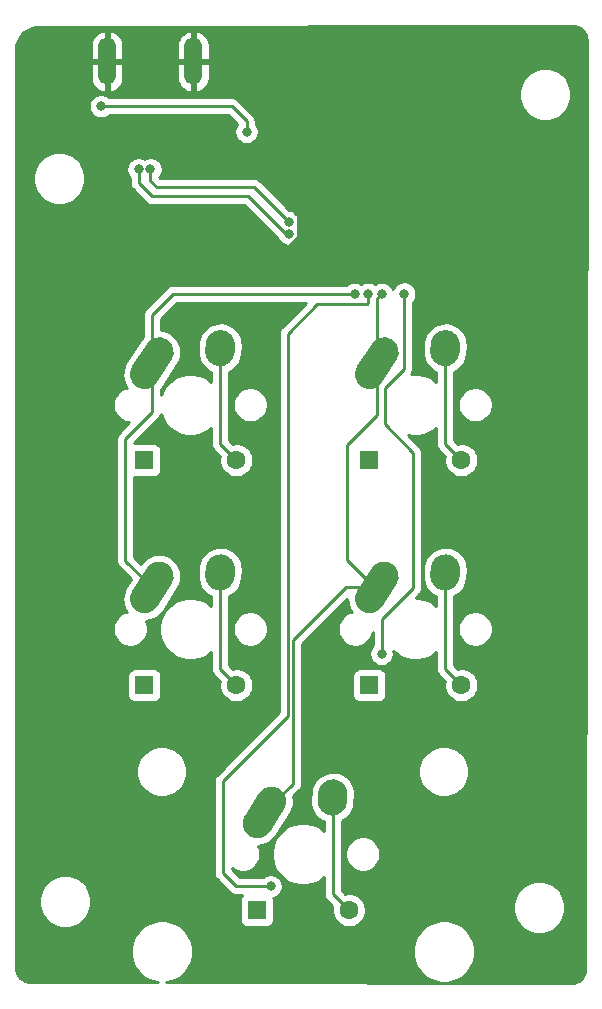
<source format=gtl>
G04 #@! TF.GenerationSoftware,KiCad,Pcbnew,(5.1.6)-1*
G04 #@! TF.CreationDate,2020-06-17T17:46:59+02:00*
G04 #@! TF.ProjectId,Tutorial,5475746f-7269-4616-9c2e-6b696361645f,rev?*
G04 #@! TF.SameCoordinates,Original*
G04 #@! TF.FileFunction,Copper,L1,Top*
G04 #@! TF.FilePolarity,Positive*
%FSLAX46Y46*%
G04 Gerber Fmt 4.6, Leading zero omitted, Abs format (unit mm)*
G04 Created by KiCad (PCBNEW (5.1.6)-1) date 2020-06-17 17:46:59*
%MOMM*%
%LPD*%
G01*
G04 APERTURE LIST*
G04 #@! TA.AperFunction,ComponentPad*
%ADD10O,1.500000X4.000000*%
G04 #@! TD*
G04 #@! TA.AperFunction,ComponentPad*
%ADD11C,1.600000*%
G04 #@! TD*
G04 #@! TA.AperFunction,ComponentPad*
%ADD12R,1.600000X1.600000*%
G04 #@! TD*
G04 #@! TA.AperFunction,ViaPad*
%ADD13C,0.800000*%
G04 #@! TD*
G04 #@! TA.AperFunction,Conductor*
%ADD14C,0.250000*%
G04 #@! TD*
G04 #@! TA.AperFunction,Conductor*
%ADD15C,0.254000*%
G04 #@! TD*
G04 APERTURE END LIST*
G04 #@! TO.P,K5,2*
G04 #@! TO.N,Net-(D5-Pad2)*
G04 #@! TA.AperFunction,ComponentPad*
G36*
G01*
X72690670Y-85901809D02*
X72730119Y-85323153D01*
G75*
G02*
X74062243Y-84161067I1247105J-85019D01*
G01*
X74062243Y-84161067D01*
G75*
G02*
X75224329Y-85493191I-85019J-1247105D01*
G01*
X75184881Y-86071847D01*
G75*
G02*
X73852757Y-87233933I-1247105J85019D01*
G01*
X73852757Y-87233933D01*
G75*
G02*
X72690671Y-85901809I85019J1247105D01*
G01*
G37*
G04 #@! TD.AperFunction*
G04 #@! TO.P,K5,1*
G04 #@! TO.N,col1*
G04 #@! TA.AperFunction,ComponentPad*
G36*
G01*
X66523799Y-87244691D02*
X67732723Y-85347060D01*
G75*
G02*
X69458587Y-84964446I1054239J-671625D01*
G01*
X69458587Y-84964446D01*
G75*
G02*
X69841201Y-86690310I-671625J-1054239D01*
G01*
X68632277Y-88587940D01*
G75*
G02*
X66906413Y-88970554I-1054239J671625D01*
G01*
X66906413Y-88970554D01*
G75*
G02*
X66523799Y-87244690I671625J1054239D01*
G01*
G37*
G04 #@! TD.AperFunction*
G04 #@! TD*
G04 #@! TO.P,K4,2*
G04 #@! TO.N,Net-(D4-Pad2)*
G04 #@! TA.AperFunction,ComponentPad*
G36*
G01*
X82215670Y-66851809D02*
X82255119Y-66273153D01*
G75*
G02*
X83587243Y-65111067I1247105J-85019D01*
G01*
X83587243Y-65111067D01*
G75*
G02*
X84749329Y-66443191I-85019J-1247105D01*
G01*
X84709881Y-67021847D01*
G75*
G02*
X83377757Y-68183933I-1247105J85019D01*
G01*
X83377757Y-68183933D01*
G75*
G02*
X82215671Y-66851809I85019J1247105D01*
G01*
G37*
G04 #@! TD.AperFunction*
G04 #@! TO.P,K4,1*
G04 #@! TO.N,col1*
G04 #@! TA.AperFunction,ComponentPad*
G36*
G01*
X76048799Y-68194691D02*
X77257723Y-66297060D01*
G75*
G02*
X78983587Y-65914446I1054239J-671625D01*
G01*
X78983587Y-65914446D01*
G75*
G02*
X79366201Y-67640310I-671625J-1054239D01*
G01*
X78157277Y-69537940D01*
G75*
G02*
X76431413Y-69920554I-1054239J671625D01*
G01*
X76431413Y-69920554D01*
G75*
G02*
X76048799Y-68194690I671625J1054239D01*
G01*
G37*
G04 #@! TD.AperFunction*
G04 #@! TD*
G04 #@! TO.P,K3,2*
G04 #@! TO.N,Net-(D3-Pad2)*
G04 #@! TA.AperFunction,ComponentPad*
G36*
G01*
X63165670Y-66851809D02*
X63205119Y-66273153D01*
G75*
G02*
X64537243Y-65111067I1247105J-85019D01*
G01*
X64537243Y-65111067D01*
G75*
G02*
X65699329Y-66443191I-85019J-1247105D01*
G01*
X65659881Y-67021847D01*
G75*
G02*
X64327757Y-68183933I-1247105J85019D01*
G01*
X64327757Y-68183933D01*
G75*
G02*
X63165671Y-66851809I85019J1247105D01*
G01*
G37*
G04 #@! TD.AperFunction*
G04 #@! TO.P,K3,1*
G04 #@! TO.N,col0*
G04 #@! TA.AperFunction,ComponentPad*
G36*
G01*
X56998799Y-68194691D02*
X58207723Y-66297060D01*
G75*
G02*
X59933587Y-65914446I1054239J-671625D01*
G01*
X59933587Y-65914446D01*
G75*
G02*
X60316201Y-67640310I-671625J-1054239D01*
G01*
X59107277Y-69537940D01*
G75*
G02*
X57381413Y-69920554I-1054239J671625D01*
G01*
X57381413Y-69920554D01*
G75*
G02*
X56998799Y-68194690I671625J1054239D01*
G01*
G37*
G04 #@! TD.AperFunction*
G04 #@! TD*
G04 #@! TO.P,K2,2*
G04 #@! TO.N,Net-(D2-Pad2)*
G04 #@! TA.AperFunction,ComponentPad*
G36*
G01*
X82215670Y-47865309D02*
X82255119Y-47286653D01*
G75*
G02*
X83587243Y-46124567I1247105J-85019D01*
G01*
X83587243Y-46124567D01*
G75*
G02*
X84749329Y-47456691I-85019J-1247105D01*
G01*
X84709881Y-48035347D01*
G75*
G02*
X83377757Y-49197433I-1247105J85019D01*
G01*
X83377757Y-49197433D01*
G75*
G02*
X82215671Y-47865309I85019J1247105D01*
G01*
G37*
G04 #@! TD.AperFunction*
G04 #@! TO.P,K2,1*
G04 #@! TO.N,col1*
G04 #@! TA.AperFunction,ComponentPad*
G36*
G01*
X76048799Y-49208191D02*
X77257723Y-47310560D01*
G75*
G02*
X78983587Y-46927946I1054239J-671625D01*
G01*
X78983587Y-46927946D01*
G75*
G02*
X79366201Y-48653810I-671625J-1054239D01*
G01*
X78157277Y-50551440D01*
G75*
G02*
X76431413Y-50934054I-1054239J671625D01*
G01*
X76431413Y-50934054D01*
G75*
G02*
X76048799Y-49208190I671625J1054239D01*
G01*
G37*
G04 #@! TD.AperFunction*
G04 #@! TD*
G04 #@! TO.P,K1,2*
G04 #@! TO.N,Net-(D1-Pad2)*
G04 #@! TA.AperFunction,ComponentPad*
G36*
G01*
X63165670Y-47865309D02*
X63205119Y-47286653D01*
G75*
G02*
X64537243Y-46124567I1247105J-85019D01*
G01*
X64537243Y-46124567D01*
G75*
G02*
X65699329Y-47456691I-85019J-1247105D01*
G01*
X65659881Y-48035347D01*
G75*
G02*
X64327757Y-49197433I-1247105J85019D01*
G01*
X64327757Y-49197433D01*
G75*
G02*
X63165671Y-47865309I85019J1247105D01*
G01*
G37*
G04 #@! TD.AperFunction*
G04 #@! TO.P,K1,1*
G04 #@! TO.N,col0*
G04 #@! TA.AperFunction,ComponentPad*
G36*
G01*
X56998799Y-49208191D02*
X58207723Y-47310560D01*
G75*
G02*
X59933587Y-46927946I1054239J-671625D01*
G01*
X59933587Y-46927946D01*
G75*
G02*
X60316201Y-48653810I-671625J-1054239D01*
G01*
X59107277Y-50551440D01*
G75*
G02*
X57381413Y-50934054I-1054239J671625D01*
G01*
X57381413Y-50934054D01*
G75*
G02*
X56998799Y-49208190I671625J1054239D01*
G01*
G37*
G04 #@! TD.AperFunction*
G04 #@! TD*
D10*
G04 #@! TO.P,J1,6*
G04 #@! TO.N,GND*
X62159000Y-23381000D03*
X54859000Y-23381000D03*
G04 #@! TD*
D11*
G04 #@! TO.P,D5,2*
G04 #@! TO.N,Net-(D5-Pad2)*
X75337500Y-95250000D03*
D12*
G04 #@! TO.P,D5,1*
G04 #@! TO.N,row2*
X67537500Y-95250000D03*
G04 #@! TD*
D11*
G04 #@! TO.P,D4,2*
G04 #@! TO.N,Net-(D4-Pad2)*
X84862500Y-76200000D03*
D12*
G04 #@! TO.P,D4,1*
G04 #@! TO.N,row1*
X77062500Y-76200000D03*
G04 #@! TD*
D11*
G04 #@! TO.P,D3,2*
G04 #@! TO.N,Net-(D3-Pad2)*
X65812500Y-76200000D03*
D12*
G04 #@! TO.P,D3,1*
G04 #@! TO.N,row1*
X58012500Y-76200000D03*
G04 #@! TD*
D11*
G04 #@! TO.P,D2,2*
G04 #@! TO.N,Net-(D2-Pad2)*
X84862500Y-57150000D03*
D12*
G04 #@! TO.P,D2,1*
G04 #@! TO.N,row0*
X77062500Y-57150000D03*
G04 #@! TD*
D11*
G04 #@! TO.P,D1,2*
G04 #@! TO.N,Net-(D1-Pad2)*
X65812500Y-57150000D03*
D12*
G04 #@! TO.P,D1,1*
G04 #@! TO.N,row0*
X58012500Y-57150000D03*
G04 #@! TD*
D13*
G04 #@! TO.N,GND*
X63627000Y-36449000D03*
X70993000Y-36094500D03*
G04 #@! TO.N,VCC*
X66675000Y-29337000D03*
X54356000Y-27178000D03*
G04 #@! TO.N,row1*
X78105000Y-73533000D03*
X80014653Y-43048347D03*
G04 #@! TO.N,row2*
X68707000Y-93218000D03*
X76962000Y-43053000D03*
G04 #@! TO.N,col0*
X75819000Y-43053000D03*
G04 #@! TO.N,col1*
X78105000Y-43053000D03*
G04 #@! TO.N,Net-(R3-Pad1)*
X57531000Y-32512000D03*
X70231000Y-37957003D03*
G04 #@! TO.N,Net-(R4-Pad1)*
X58531003Y-32512000D03*
X70231000Y-36957000D03*
G04 #@! TD*
D14*
G04 #@! TO.N,GND*
X63627000Y-36449000D02*
X65860004Y-38682004D01*
X65860004Y-38682004D02*
X66548000Y-39370000D01*
X70993000Y-38268005D02*
X70993000Y-36094500D01*
X66548000Y-39370000D02*
X69891005Y-39370000D01*
X69891005Y-39370000D02*
X70993000Y-38268005D01*
G04 #@! TO.N,VCC*
X66675000Y-29337000D02*
X66675000Y-28448000D01*
X66675000Y-28448000D02*
X65405000Y-27178000D01*
X65405000Y-27178000D02*
X54356000Y-27178000D01*
G04 #@! TO.N,Net-(D1-Pad2)*
X64432500Y-55770000D02*
X65812500Y-57150000D01*
X64432500Y-47661000D02*
X64432500Y-55770000D01*
G04 #@! TO.N,Net-(D2-Pad2)*
X83482500Y-55770000D02*
X84862500Y-57150000D01*
X83482500Y-47661000D02*
X83482500Y-55770000D01*
G04 #@! TO.N,Net-(D3-Pad2)*
X64432500Y-74820000D02*
X65812500Y-76200000D01*
X64432500Y-66647500D02*
X64432500Y-74820000D01*
G04 #@! TO.N,row1*
X78105000Y-73533000D02*
X78105000Y-70612000D01*
X78105000Y-70612000D02*
X80772000Y-67945000D01*
X80772000Y-67945000D02*
X80772000Y-56515000D01*
X80772000Y-56515000D02*
X78359000Y-54102000D01*
X78359000Y-54102000D02*
X78359000Y-51054000D01*
X78359000Y-51054000D02*
X80014653Y-49398347D01*
X80014653Y-49398347D02*
X80014653Y-43048347D01*
G04 #@! TO.N,Net-(D4-Pad2)*
X83482500Y-74820000D02*
X84862500Y-76200000D01*
X83482500Y-66647500D02*
X83482500Y-74820000D01*
G04 #@! TO.N,Net-(D5-Pad2)*
X73957500Y-93870000D02*
X75337500Y-95250000D01*
X73957500Y-85697500D02*
X73957500Y-93870000D01*
G04 #@! TO.N,row2*
X76962000Y-43815000D02*
X76962000Y-43053000D01*
X76835000Y-43942000D02*
X76962000Y-43815000D01*
X72644000Y-43942000D02*
X76835000Y-43942000D01*
X70161990Y-46424010D02*
X72644000Y-43942000D01*
X65786000Y-93218000D02*
X64643000Y-92075000D01*
X64643000Y-92075000D02*
X64643000Y-84328000D01*
X68707000Y-93218000D02*
X65786000Y-93218000D01*
X64643000Y-84328000D02*
X70161990Y-78809010D01*
X70161990Y-78809010D02*
X70161990Y-46424010D01*
G04 #@! TO.N,col0*
X58657500Y-48931000D02*
X58657500Y-53102500D01*
X58657500Y-53102500D02*
X56388000Y-55372000D01*
X56388000Y-65648000D02*
X58657500Y-67917500D01*
X56388000Y-55372000D02*
X56388000Y-65648000D01*
X58657500Y-48931000D02*
X58657500Y-44847500D01*
X58657500Y-44847500D02*
X60452000Y-43053000D01*
X60452000Y-43053000D02*
X74930000Y-43053000D01*
X74930000Y-43053000D02*
X75819000Y-43053000D01*
G04 #@! TO.N,col1*
X77707500Y-48931000D02*
X77707500Y-53323500D01*
X77707500Y-53323500D02*
X75151000Y-55880000D01*
X75151000Y-55880000D02*
X75151000Y-65626000D01*
X77442500Y-67917500D02*
X77707500Y-67917500D01*
X75151000Y-65626000D02*
X77442500Y-67917500D01*
X77707500Y-67917500D02*
X75084500Y-67917500D01*
X75084500Y-67917500D02*
X70612000Y-72390000D01*
X70612000Y-84538000D02*
X68182500Y-86967500D01*
X70612000Y-72390000D02*
X70612000Y-84538000D01*
X77707500Y-43450500D02*
X78105000Y-43053000D01*
X77707500Y-48931000D02*
X77707500Y-43450500D01*
G04 #@! TO.N,Net-(R3-Pad1)*
X70231000Y-37846000D02*
X70231000Y-37957003D01*
X57531000Y-32512000D02*
X57531000Y-33655000D01*
X57531000Y-33655000D02*
X58674000Y-34798000D01*
X69850000Y-37846000D02*
X70231000Y-37846000D01*
X58674000Y-34798000D02*
X66802000Y-34798000D01*
X66802000Y-34798000D02*
X69850000Y-37846000D01*
G04 #@! TO.N,Net-(R4-Pad1)*
X58531003Y-32512000D02*
X58531003Y-33004003D01*
X58531003Y-33004003D02*
X58531003Y-33512003D01*
X58531003Y-33512003D02*
X59055000Y-34036000D01*
X59055000Y-34036000D02*
X67310000Y-34036000D01*
X67310000Y-34036000D02*
X70231000Y-36957000D01*
G04 #@! TD*
D15*
G04 #@! TO.N,GND*
G36*
X94475204Y-20371815D02*
G01*
X94707226Y-20441867D01*
X94921222Y-20555650D01*
X95109041Y-20708832D01*
X95263530Y-20895577D01*
X95378801Y-21108769D01*
X95450472Y-21340300D01*
X95478965Y-21611395D01*
X95352053Y-100170185D01*
X95325185Y-100444205D01*
X95255133Y-100676226D01*
X95141350Y-100890222D01*
X94988169Y-101078039D01*
X94801424Y-101232529D01*
X94588231Y-101347802D01*
X94356701Y-101419472D01*
X94085855Y-101447939D01*
X59851710Y-101352844D01*
X60266322Y-101270373D01*
X60744751Y-101072201D01*
X61175326Y-100784500D01*
X61541500Y-100418326D01*
X61829201Y-99987751D01*
X62027373Y-99509322D01*
X62128400Y-99001424D01*
X62128400Y-98483576D01*
X80746600Y-98483576D01*
X80746600Y-99001424D01*
X80847627Y-99509322D01*
X81045799Y-99987751D01*
X81333500Y-100418326D01*
X81699674Y-100784500D01*
X82130249Y-101072201D01*
X82608678Y-101270373D01*
X83116576Y-101371400D01*
X83634424Y-101371400D01*
X84142322Y-101270373D01*
X84620751Y-101072201D01*
X85051326Y-100784500D01*
X85417500Y-100418326D01*
X85705201Y-99987751D01*
X85903373Y-99509322D01*
X86004400Y-99001424D01*
X86004400Y-98483576D01*
X85903373Y-97975678D01*
X85705201Y-97497249D01*
X85417500Y-97066674D01*
X85051326Y-96700500D01*
X84620751Y-96412799D01*
X84142322Y-96214627D01*
X83634424Y-96113600D01*
X83116576Y-96113600D01*
X82608678Y-96214627D01*
X82130249Y-96412799D01*
X81699674Y-96700500D01*
X81333500Y-97066674D01*
X81045799Y-97497249D01*
X80847627Y-97975678D01*
X80746600Y-98483576D01*
X62128400Y-98483576D01*
X62027373Y-97975678D01*
X61829201Y-97497249D01*
X61541500Y-97066674D01*
X61175326Y-96700500D01*
X60744751Y-96412799D01*
X60266322Y-96214627D01*
X59758424Y-96113600D01*
X59240576Y-96113600D01*
X58732678Y-96214627D01*
X58254249Y-96412799D01*
X57823674Y-96700500D01*
X57457500Y-97066674D01*
X57169799Y-97497249D01*
X56971627Y-97975678D01*
X56870600Y-98483576D01*
X56870600Y-99001424D01*
X56971627Y-99509322D01*
X57169799Y-99987751D01*
X57457500Y-100418326D01*
X57823674Y-100784500D01*
X58254249Y-101072201D01*
X58732678Y-101270373D01*
X59137314Y-101350860D01*
X48420197Y-101321090D01*
X48145795Y-101294185D01*
X47913774Y-101224133D01*
X47699778Y-101110350D01*
X47511961Y-100957169D01*
X47357471Y-100770424D01*
X47242198Y-100557231D01*
X47170528Y-100325701D01*
X47142003Y-100054302D01*
X47142938Y-94267872D01*
X49073000Y-94267872D01*
X49073000Y-94708128D01*
X49158890Y-95139925D01*
X49327369Y-95546669D01*
X49571962Y-95912729D01*
X49883271Y-96224038D01*
X50249331Y-96468631D01*
X50656075Y-96637110D01*
X51087872Y-96723000D01*
X51528128Y-96723000D01*
X51959925Y-96637110D01*
X52366669Y-96468631D01*
X52732729Y-96224038D01*
X53044038Y-95912729D01*
X53288631Y-95546669D01*
X53457110Y-95139925D01*
X53543000Y-94708128D01*
X53543000Y-94267872D01*
X53457110Y-93836075D01*
X53288631Y-93429331D01*
X53044038Y-93063271D01*
X52732729Y-92751962D01*
X52366669Y-92507369D01*
X51959925Y-92338890D01*
X51528128Y-92253000D01*
X51087872Y-92253000D01*
X50656075Y-92338890D01*
X50249331Y-92507369D01*
X49883271Y-92751962D01*
X49571962Y-93063271D01*
X49327369Y-93429331D01*
X49158890Y-93836075D01*
X49073000Y-94267872D01*
X47142938Y-94267872D01*
X47144712Y-83289857D01*
X57340500Y-83289857D01*
X57340500Y-83715143D01*
X57423470Y-84132257D01*
X57586219Y-84525170D01*
X57822496Y-84878782D01*
X58123218Y-85179504D01*
X58476830Y-85415781D01*
X58869743Y-85578530D01*
X59286857Y-85661500D01*
X59712143Y-85661500D01*
X60129257Y-85578530D01*
X60522170Y-85415781D01*
X60875782Y-85179504D01*
X61176504Y-84878782D01*
X61412781Y-84525170D01*
X61575530Y-84132257D01*
X61658500Y-83715143D01*
X61658500Y-83289857D01*
X61575530Y-82872743D01*
X61412781Y-82479830D01*
X61176504Y-82126218D01*
X60875782Y-81825496D01*
X60522170Y-81589219D01*
X60129257Y-81426470D01*
X59712143Y-81343500D01*
X59286857Y-81343500D01*
X58869743Y-81426470D01*
X58476830Y-81589219D01*
X58123218Y-81825496D01*
X57822496Y-82126218D01*
X57586219Y-82479830D01*
X57423470Y-82872743D01*
X57340500Y-83289857D01*
X47144712Y-83289857D01*
X47145987Y-75400000D01*
X56574428Y-75400000D01*
X56574428Y-77000000D01*
X56586688Y-77124482D01*
X56622998Y-77244180D01*
X56681963Y-77354494D01*
X56761315Y-77451185D01*
X56858006Y-77530537D01*
X56968320Y-77589502D01*
X57088018Y-77625812D01*
X57212500Y-77638072D01*
X58812500Y-77638072D01*
X58936982Y-77625812D01*
X59056680Y-77589502D01*
X59166994Y-77530537D01*
X59263685Y-77451185D01*
X59343037Y-77354494D01*
X59402002Y-77244180D01*
X59438312Y-77124482D01*
X59450572Y-77000000D01*
X59450572Y-75400000D01*
X59438312Y-75275518D01*
X59402002Y-75155820D01*
X59343037Y-75045506D01*
X59263685Y-74948815D01*
X59166994Y-74869463D01*
X59056680Y-74810498D01*
X58936982Y-74774188D01*
X58812500Y-74761928D01*
X57212500Y-74761928D01*
X57088018Y-74774188D01*
X56968320Y-74810498D01*
X56858006Y-74869463D01*
X56761315Y-74948815D01*
X56681963Y-75045506D01*
X56622998Y-75155820D01*
X56586688Y-75275518D01*
X56574428Y-75400000D01*
X47145987Y-75400000D01*
X47149721Y-52304652D01*
X55346600Y-52304652D01*
X55346600Y-52597348D01*
X55403702Y-52884421D01*
X55515712Y-53154838D01*
X55678326Y-53398206D01*
X55885294Y-53605174D01*
X56128662Y-53767788D01*
X56399079Y-53879798D01*
X56686152Y-53936900D01*
X56748299Y-53936900D01*
X55877003Y-54808196D01*
X55847999Y-54831999D01*
X55792871Y-54899174D01*
X55753026Y-54947724D01*
X55713860Y-55020998D01*
X55682454Y-55079754D01*
X55638997Y-55223015D01*
X55628000Y-55334668D01*
X55628000Y-55334678D01*
X55624324Y-55372000D01*
X55628000Y-55409322D01*
X55628001Y-65610668D01*
X55624324Y-65648000D01*
X55628001Y-65685333D01*
X55634767Y-65754023D01*
X55638998Y-65796985D01*
X55682454Y-65940246D01*
X55753026Y-66072276D01*
X55788791Y-66115855D01*
X55848000Y-66188001D01*
X55876998Y-66211799D01*
X56873980Y-67208782D01*
X56413493Y-67931601D01*
X56287704Y-68179814D01*
X56187694Y-68537404D01*
X56159369Y-68907635D01*
X56203817Y-69276277D01*
X56319328Y-69629164D01*
X56501466Y-69952737D01*
X56527554Y-69983147D01*
X56399079Y-70008702D01*
X56128662Y-70120712D01*
X55885294Y-70283326D01*
X55678326Y-70490294D01*
X55515712Y-70733662D01*
X55403702Y-71004079D01*
X55346600Y-71291152D01*
X55346600Y-71583848D01*
X55403702Y-71870921D01*
X55515712Y-72141338D01*
X55678326Y-72384706D01*
X55885294Y-72591674D01*
X56128662Y-72754288D01*
X56399079Y-72866298D01*
X56686152Y-72923400D01*
X56978848Y-72923400D01*
X57265921Y-72866298D01*
X57536338Y-72754288D01*
X57779706Y-72591674D01*
X57986674Y-72384706D01*
X58149288Y-72141338D01*
X58261298Y-71870921D01*
X58318400Y-71583848D01*
X58318400Y-71291152D01*
X58296008Y-71178576D01*
X59283600Y-71178576D01*
X59283600Y-71696424D01*
X59384627Y-72204322D01*
X59582799Y-72682751D01*
X59870500Y-73113326D01*
X60236674Y-73479500D01*
X60667249Y-73767201D01*
X61145678Y-73965373D01*
X61653576Y-74066400D01*
X62171424Y-74066400D01*
X62679322Y-73965373D01*
X63157751Y-73767201D01*
X63588326Y-73479500D01*
X63672501Y-73395325D01*
X63672501Y-74782668D01*
X63668824Y-74820000D01*
X63683498Y-74968985D01*
X63726954Y-75112246D01*
X63797526Y-75244276D01*
X63868701Y-75331002D01*
X63892500Y-75360001D01*
X63921498Y-75383799D01*
X64413812Y-75876114D01*
X64377500Y-76058665D01*
X64377500Y-76341335D01*
X64432647Y-76618574D01*
X64540820Y-76879727D01*
X64697863Y-77114759D01*
X64897741Y-77314637D01*
X65132773Y-77471680D01*
X65393926Y-77579853D01*
X65671165Y-77635000D01*
X65953835Y-77635000D01*
X66231074Y-77579853D01*
X66492227Y-77471680D01*
X66727259Y-77314637D01*
X66927137Y-77114759D01*
X67084180Y-76879727D01*
X67192353Y-76618574D01*
X67247500Y-76341335D01*
X67247500Y-76058665D01*
X67192353Y-75781426D01*
X67084180Y-75520273D01*
X66927137Y-75285241D01*
X66727259Y-75085363D01*
X66492227Y-74928320D01*
X66231074Y-74820147D01*
X65953835Y-74765000D01*
X65671165Y-74765000D01*
X65488614Y-74801312D01*
X65192500Y-74505199D01*
X65192500Y-71291152D01*
X65506600Y-71291152D01*
X65506600Y-71583848D01*
X65563702Y-71870921D01*
X65675712Y-72141338D01*
X65838326Y-72384706D01*
X66045294Y-72591674D01*
X66288662Y-72754288D01*
X66559079Y-72866298D01*
X66846152Y-72923400D01*
X67138848Y-72923400D01*
X67425921Y-72866298D01*
X67696338Y-72754288D01*
X67939706Y-72591674D01*
X68146674Y-72384706D01*
X68309288Y-72141338D01*
X68421298Y-71870921D01*
X68478400Y-71583848D01*
X68478400Y-71291152D01*
X68421298Y-71004079D01*
X68309288Y-70733662D01*
X68146674Y-70490294D01*
X67939706Y-70283326D01*
X67696338Y-70120712D01*
X67425921Y-70008702D01*
X67138848Y-69951600D01*
X66846152Y-69951600D01*
X66559079Y-70008702D01*
X66288662Y-70120712D01*
X66045294Y-70283326D01*
X65838326Y-70490294D01*
X65675712Y-70733662D01*
X65563702Y-71004079D01*
X65506600Y-71291152D01*
X65192500Y-71291152D01*
X65192500Y-68653015D01*
X65355540Y-68579656D01*
X65657925Y-68364165D01*
X65912459Y-68093823D01*
X66109363Y-67779017D01*
X66241066Y-67431847D01*
X66287113Y-67157416D01*
X66339156Y-66393996D01*
X66330779Y-66115855D01*
X66247410Y-65754023D01*
X66095052Y-65415408D01*
X65879561Y-65113023D01*
X65609219Y-64858489D01*
X65294413Y-64661586D01*
X64947243Y-64529882D01*
X64581050Y-64468439D01*
X64209907Y-64479617D01*
X63848075Y-64562986D01*
X63509460Y-64715344D01*
X63207075Y-64930835D01*
X62952541Y-65201177D01*
X62755637Y-65515983D01*
X62623934Y-65863153D01*
X62577887Y-66137584D01*
X62525844Y-66901005D01*
X62534221Y-67179145D01*
X62617590Y-67540977D01*
X62769948Y-67879592D01*
X62985439Y-68181977D01*
X63255781Y-68436511D01*
X63570587Y-68633415D01*
X63672500Y-68672077D01*
X63672500Y-69479674D01*
X63588326Y-69395500D01*
X63157751Y-69107799D01*
X62679322Y-68909627D01*
X62171424Y-68808600D01*
X61653576Y-68808600D01*
X61145678Y-68909627D01*
X60667249Y-69107799D01*
X60236674Y-69395500D01*
X59870500Y-69761674D01*
X59582799Y-70192249D01*
X59384627Y-70670678D01*
X59283600Y-71178576D01*
X58296008Y-71178576D01*
X58261298Y-71004079D01*
X58157059Y-70752424D01*
X58463000Y-70715536D01*
X58815887Y-70600025D01*
X59139460Y-70417887D01*
X59421282Y-70176123D01*
X59593078Y-69957220D01*
X60901506Y-67903400D01*
X61027296Y-67655188D01*
X61127305Y-67297597D01*
X61155631Y-66927366D01*
X61111183Y-66558723D01*
X60995671Y-66205836D01*
X60813534Y-65882263D01*
X60571770Y-65600442D01*
X60279671Y-65371201D01*
X59948463Y-65203351D01*
X59590873Y-65103342D01*
X59220641Y-65075017D01*
X58851999Y-65119464D01*
X58499111Y-65234976D01*
X58175539Y-65417113D01*
X57893718Y-65658877D01*
X57721922Y-65877780D01*
X57710504Y-65895703D01*
X57148000Y-65333199D01*
X57148000Y-58581720D01*
X57212500Y-58588072D01*
X58812500Y-58588072D01*
X58936982Y-58575812D01*
X59056680Y-58539502D01*
X59166994Y-58480537D01*
X59263685Y-58401185D01*
X59343037Y-58304494D01*
X59402002Y-58194180D01*
X59438312Y-58074482D01*
X59450572Y-57950000D01*
X59450572Y-56350000D01*
X59438312Y-56225518D01*
X59402002Y-56105820D01*
X59343037Y-55995506D01*
X59263685Y-55898815D01*
X59166994Y-55819463D01*
X59056680Y-55760498D01*
X58936982Y-55724188D01*
X58812500Y-55711928D01*
X57212500Y-55711928D01*
X57148000Y-55718280D01*
X57148000Y-55686801D01*
X59168503Y-53666299D01*
X59197501Y-53642501D01*
X59292474Y-53526776D01*
X59363046Y-53394747D01*
X59403150Y-53262540D01*
X59582799Y-53696251D01*
X59870500Y-54126826D01*
X60236674Y-54493000D01*
X60667249Y-54780701D01*
X61145678Y-54978873D01*
X61653576Y-55079900D01*
X62171424Y-55079900D01*
X62679322Y-54978873D01*
X63157751Y-54780701D01*
X63588326Y-54493000D01*
X63672501Y-54408825D01*
X63672501Y-55732668D01*
X63668824Y-55770000D01*
X63683498Y-55918985D01*
X63726954Y-56062246D01*
X63797526Y-56194276D01*
X63868701Y-56281002D01*
X63892500Y-56310001D01*
X63921498Y-56333799D01*
X64413812Y-56826114D01*
X64377500Y-57008665D01*
X64377500Y-57291335D01*
X64432647Y-57568574D01*
X64540820Y-57829727D01*
X64697863Y-58064759D01*
X64897741Y-58264637D01*
X65132773Y-58421680D01*
X65393926Y-58529853D01*
X65671165Y-58585000D01*
X65953835Y-58585000D01*
X66231074Y-58529853D01*
X66492227Y-58421680D01*
X66727259Y-58264637D01*
X66927137Y-58064759D01*
X67084180Y-57829727D01*
X67192353Y-57568574D01*
X67247500Y-57291335D01*
X67247500Y-57008665D01*
X67192353Y-56731426D01*
X67084180Y-56470273D01*
X66927137Y-56235241D01*
X66727259Y-56035363D01*
X66492227Y-55878320D01*
X66231074Y-55770147D01*
X65953835Y-55715000D01*
X65671165Y-55715000D01*
X65488614Y-55751312D01*
X65192500Y-55455199D01*
X65192500Y-52304652D01*
X65506600Y-52304652D01*
X65506600Y-52597348D01*
X65563702Y-52884421D01*
X65675712Y-53154838D01*
X65838326Y-53398206D01*
X66045294Y-53605174D01*
X66288662Y-53767788D01*
X66559079Y-53879798D01*
X66846152Y-53936900D01*
X67138848Y-53936900D01*
X67425921Y-53879798D01*
X67696338Y-53767788D01*
X67939706Y-53605174D01*
X68146674Y-53398206D01*
X68309288Y-53154838D01*
X68421298Y-52884421D01*
X68478400Y-52597348D01*
X68478400Y-52304652D01*
X68421298Y-52017579D01*
X68309288Y-51747162D01*
X68146674Y-51503794D01*
X67939706Y-51296826D01*
X67696338Y-51134212D01*
X67425921Y-51022202D01*
X67138848Y-50965100D01*
X66846152Y-50965100D01*
X66559079Y-51022202D01*
X66288662Y-51134212D01*
X66045294Y-51296826D01*
X65838326Y-51503794D01*
X65675712Y-51747162D01*
X65563702Y-52017579D01*
X65506600Y-52304652D01*
X65192500Y-52304652D01*
X65192500Y-49666515D01*
X65355540Y-49593156D01*
X65657925Y-49377665D01*
X65912459Y-49107323D01*
X66109363Y-48792517D01*
X66241066Y-48445347D01*
X66287113Y-48170916D01*
X66339156Y-47407496D01*
X66330779Y-47129355D01*
X66247410Y-46767523D01*
X66095052Y-46428908D01*
X65879561Y-46126523D01*
X65609219Y-45871989D01*
X65294413Y-45675086D01*
X64947243Y-45543382D01*
X64581050Y-45481939D01*
X64209907Y-45493117D01*
X63848075Y-45576486D01*
X63509460Y-45728844D01*
X63207075Y-45944335D01*
X62952541Y-46214677D01*
X62755637Y-46529483D01*
X62623934Y-46876653D01*
X62577887Y-47151084D01*
X62525844Y-47914505D01*
X62534221Y-48192645D01*
X62617590Y-48554477D01*
X62769948Y-48893092D01*
X62985439Y-49195477D01*
X63255781Y-49450011D01*
X63570587Y-49646915D01*
X63672500Y-49685577D01*
X63672500Y-50493174D01*
X63588326Y-50409000D01*
X63157751Y-50121299D01*
X62679322Y-49923127D01*
X62171424Y-49822100D01*
X61653576Y-49822100D01*
X61145678Y-49923127D01*
X60667249Y-50121299D01*
X60236674Y-50409000D01*
X59870500Y-50775174D01*
X59582799Y-51205749D01*
X59417500Y-51604816D01*
X59417500Y-51192867D01*
X59421282Y-51189623D01*
X59593078Y-50970720D01*
X60901506Y-48916900D01*
X61027296Y-48668688D01*
X61127305Y-48311097D01*
X61155631Y-47940866D01*
X61111183Y-47572223D01*
X60995671Y-47219336D01*
X60813534Y-46895763D01*
X60571770Y-46613942D01*
X60279671Y-46384701D01*
X59948463Y-46216851D01*
X59590873Y-46116842D01*
X59417500Y-46103578D01*
X59417500Y-45162301D01*
X60766802Y-43813000D01*
X71698198Y-43813000D01*
X69650988Y-45860211D01*
X69621990Y-45884009D01*
X69598192Y-45913007D01*
X69598191Y-45913008D01*
X69527016Y-45999734D01*
X69456444Y-46131764D01*
X69412988Y-46275025D01*
X69398314Y-46424010D01*
X69401991Y-46461343D01*
X69401990Y-78494208D01*
X64131998Y-83764201D01*
X64103000Y-83787999D01*
X64079202Y-83816997D01*
X64079201Y-83816998D01*
X64008026Y-83903724D01*
X63937454Y-84035754D01*
X63908181Y-84132257D01*
X63893998Y-84179014D01*
X63886676Y-84253351D01*
X63879324Y-84328000D01*
X63883001Y-84365332D01*
X63883000Y-92037678D01*
X63879324Y-92075000D01*
X63883000Y-92112322D01*
X63883000Y-92112332D01*
X63893997Y-92223985D01*
X63937454Y-92367246D01*
X64008026Y-92499276D01*
X64047871Y-92547826D01*
X64102999Y-92615001D01*
X64132002Y-92638804D01*
X65222201Y-93729003D01*
X65245999Y-93758001D01*
X65274997Y-93781799D01*
X65361723Y-93852974D01*
X65463421Y-93907333D01*
X65493753Y-93923546D01*
X65637014Y-93967003D01*
X65748667Y-93978000D01*
X65748676Y-93978000D01*
X65785999Y-93981676D01*
X65823322Y-93978000D01*
X66311678Y-93978000D01*
X66286315Y-93998815D01*
X66206963Y-94095506D01*
X66147998Y-94205820D01*
X66111688Y-94325518D01*
X66099428Y-94450000D01*
X66099428Y-96050000D01*
X66111688Y-96174482D01*
X66147998Y-96294180D01*
X66206963Y-96404494D01*
X66286315Y-96501185D01*
X66383006Y-96580537D01*
X66493320Y-96639502D01*
X66613018Y-96675812D01*
X66737500Y-96688072D01*
X68337500Y-96688072D01*
X68461982Y-96675812D01*
X68581680Y-96639502D01*
X68691994Y-96580537D01*
X68788685Y-96501185D01*
X68868037Y-96404494D01*
X68927002Y-96294180D01*
X68963312Y-96174482D01*
X68975572Y-96050000D01*
X68975572Y-94450000D01*
X68963312Y-94325518D01*
X68933781Y-94228168D01*
X69008898Y-94213226D01*
X69197256Y-94135205D01*
X69366774Y-94021937D01*
X69510937Y-93877774D01*
X69624205Y-93708256D01*
X69702226Y-93519898D01*
X69742000Y-93319939D01*
X69742000Y-93116061D01*
X69702226Y-92916102D01*
X69624205Y-92727744D01*
X69510937Y-92558226D01*
X69366774Y-92414063D01*
X69197256Y-92300795D01*
X69008898Y-92222774D01*
X68808939Y-92183000D01*
X68605061Y-92183000D01*
X68405102Y-92222774D01*
X68216744Y-92300795D01*
X68047226Y-92414063D01*
X68003289Y-92458000D01*
X66100802Y-92458000D01*
X65403000Y-91760199D01*
X65403000Y-91634380D01*
X65410294Y-91641674D01*
X65653662Y-91804288D01*
X65924079Y-91916298D01*
X66211152Y-91973400D01*
X66503848Y-91973400D01*
X66790921Y-91916298D01*
X67061338Y-91804288D01*
X67304706Y-91641674D01*
X67511674Y-91434706D01*
X67674288Y-91191338D01*
X67786298Y-90920921D01*
X67843400Y-90633848D01*
X67843400Y-90341152D01*
X67821008Y-90228576D01*
X68808600Y-90228576D01*
X68808600Y-90746424D01*
X68909627Y-91254322D01*
X69107799Y-91732751D01*
X69395500Y-92163326D01*
X69761674Y-92529500D01*
X70192249Y-92817201D01*
X70670678Y-93015373D01*
X71178576Y-93116400D01*
X71696424Y-93116400D01*
X72204322Y-93015373D01*
X72682751Y-92817201D01*
X73113326Y-92529500D01*
X73197501Y-92445325D01*
X73197501Y-93832668D01*
X73193824Y-93870000D01*
X73208498Y-94018985D01*
X73251954Y-94162246D01*
X73322526Y-94294276D01*
X73393701Y-94381002D01*
X73417500Y-94410001D01*
X73446498Y-94433799D01*
X73938812Y-94926114D01*
X73902500Y-95108665D01*
X73902500Y-95391335D01*
X73957647Y-95668574D01*
X74065820Y-95929727D01*
X74222863Y-96164759D01*
X74422741Y-96364637D01*
X74657773Y-96521680D01*
X74918926Y-96629853D01*
X75196165Y-96685000D01*
X75478835Y-96685000D01*
X75756074Y-96629853D01*
X76017227Y-96521680D01*
X76252259Y-96364637D01*
X76452137Y-96164759D01*
X76609180Y-95929727D01*
X76717353Y-95668574D01*
X76772500Y-95391335D01*
X76772500Y-95108665D01*
X76717353Y-94831426D01*
X76694342Y-94775872D01*
X89205000Y-94775872D01*
X89205000Y-95216128D01*
X89290890Y-95647925D01*
X89459369Y-96054669D01*
X89703962Y-96420729D01*
X90015271Y-96732038D01*
X90381331Y-96976631D01*
X90788075Y-97145110D01*
X91219872Y-97231000D01*
X91660128Y-97231000D01*
X92091925Y-97145110D01*
X92498669Y-96976631D01*
X92864729Y-96732038D01*
X93176038Y-96420729D01*
X93420631Y-96054669D01*
X93589110Y-95647925D01*
X93675000Y-95216128D01*
X93675000Y-94775872D01*
X93589110Y-94344075D01*
X93420631Y-93937331D01*
X93176038Y-93571271D01*
X92864729Y-93259962D01*
X92498669Y-93015369D01*
X92091925Y-92846890D01*
X91660128Y-92761000D01*
X91219872Y-92761000D01*
X90788075Y-92846890D01*
X90381331Y-93015369D01*
X90015271Y-93259962D01*
X89703962Y-93571271D01*
X89459369Y-93937331D01*
X89290890Y-94344075D01*
X89205000Y-94775872D01*
X76694342Y-94775872D01*
X76609180Y-94570273D01*
X76452137Y-94335241D01*
X76252259Y-94135363D01*
X76017227Y-93978320D01*
X75756074Y-93870147D01*
X75478835Y-93815000D01*
X75196165Y-93815000D01*
X75013614Y-93851312D01*
X74717500Y-93555199D01*
X74717500Y-90341152D01*
X75031600Y-90341152D01*
X75031600Y-90633848D01*
X75088702Y-90920921D01*
X75200712Y-91191338D01*
X75363326Y-91434706D01*
X75570294Y-91641674D01*
X75813662Y-91804288D01*
X76084079Y-91916298D01*
X76371152Y-91973400D01*
X76663848Y-91973400D01*
X76950921Y-91916298D01*
X77221338Y-91804288D01*
X77464706Y-91641674D01*
X77671674Y-91434706D01*
X77834288Y-91191338D01*
X77946298Y-90920921D01*
X78003400Y-90633848D01*
X78003400Y-90341152D01*
X77946298Y-90054079D01*
X77834288Y-89783662D01*
X77671674Y-89540294D01*
X77464706Y-89333326D01*
X77221338Y-89170712D01*
X76950921Y-89058702D01*
X76663848Y-89001600D01*
X76371152Y-89001600D01*
X76084079Y-89058702D01*
X75813662Y-89170712D01*
X75570294Y-89333326D01*
X75363326Y-89540294D01*
X75200712Y-89783662D01*
X75088702Y-90054079D01*
X75031600Y-90341152D01*
X74717500Y-90341152D01*
X74717500Y-87703015D01*
X74880540Y-87629656D01*
X75182925Y-87414165D01*
X75437459Y-87143823D01*
X75634363Y-86829017D01*
X75766066Y-86481847D01*
X75812113Y-86207416D01*
X75864156Y-85443996D01*
X75855779Y-85165855D01*
X75772410Y-84804023D01*
X75620052Y-84465408D01*
X75404561Y-84163023D01*
X75134219Y-83908489D01*
X74819413Y-83711586D01*
X74472243Y-83579882D01*
X74106050Y-83518439D01*
X73734907Y-83529617D01*
X73373075Y-83612986D01*
X73034460Y-83765344D01*
X72732075Y-83980835D01*
X72477541Y-84251177D01*
X72280637Y-84565983D01*
X72148934Y-84913153D01*
X72102887Y-85187584D01*
X72050844Y-85951005D01*
X72059221Y-86229145D01*
X72142590Y-86590977D01*
X72294948Y-86929592D01*
X72510439Y-87231977D01*
X72780781Y-87486511D01*
X73095587Y-87683415D01*
X73197500Y-87722077D01*
X73197500Y-88529674D01*
X73113326Y-88445500D01*
X72682751Y-88157799D01*
X72204322Y-87959627D01*
X71696424Y-87858600D01*
X71178576Y-87858600D01*
X70670678Y-87959627D01*
X70192249Y-88157799D01*
X69761674Y-88445500D01*
X69395500Y-88811674D01*
X69107799Y-89242249D01*
X68909627Y-89720678D01*
X68808600Y-90228576D01*
X67821008Y-90228576D01*
X67786298Y-90054079D01*
X67682059Y-89802424D01*
X67988000Y-89765536D01*
X68340887Y-89650025D01*
X68664460Y-89467887D01*
X68946282Y-89226123D01*
X69118078Y-89007220D01*
X70426506Y-86953400D01*
X70552296Y-86705188D01*
X70652305Y-86347597D01*
X70680631Y-85977366D01*
X70636183Y-85608723D01*
X70631225Y-85593577D01*
X71123003Y-85101799D01*
X71152001Y-85078001D01*
X71246974Y-84962276D01*
X71317546Y-84830247D01*
X71361003Y-84686986D01*
X71372000Y-84575333D01*
X71372000Y-84575323D01*
X71375676Y-84538000D01*
X71372000Y-84500677D01*
X71372000Y-83289857D01*
X81216500Y-83289857D01*
X81216500Y-83715143D01*
X81299470Y-84132257D01*
X81462219Y-84525170D01*
X81698496Y-84878782D01*
X81999218Y-85179504D01*
X82352830Y-85415781D01*
X82745743Y-85578530D01*
X83162857Y-85661500D01*
X83588143Y-85661500D01*
X84005257Y-85578530D01*
X84398170Y-85415781D01*
X84751782Y-85179504D01*
X85052504Y-84878782D01*
X85288781Y-84525170D01*
X85451530Y-84132257D01*
X85534500Y-83715143D01*
X85534500Y-83289857D01*
X85451530Y-82872743D01*
X85288781Y-82479830D01*
X85052504Y-82126218D01*
X84751782Y-81825496D01*
X84398170Y-81589219D01*
X84005257Y-81426470D01*
X83588143Y-81343500D01*
X83162857Y-81343500D01*
X82745743Y-81426470D01*
X82352830Y-81589219D01*
X81999218Y-81825496D01*
X81698496Y-82126218D01*
X81462219Y-82479830D01*
X81299470Y-82872743D01*
X81216500Y-83289857D01*
X71372000Y-83289857D01*
X71372000Y-75400000D01*
X75624428Y-75400000D01*
X75624428Y-77000000D01*
X75636688Y-77124482D01*
X75672998Y-77244180D01*
X75731963Y-77354494D01*
X75811315Y-77451185D01*
X75908006Y-77530537D01*
X76018320Y-77589502D01*
X76138018Y-77625812D01*
X76262500Y-77638072D01*
X77862500Y-77638072D01*
X77986982Y-77625812D01*
X78106680Y-77589502D01*
X78216994Y-77530537D01*
X78313685Y-77451185D01*
X78393037Y-77354494D01*
X78452002Y-77244180D01*
X78488312Y-77124482D01*
X78500572Y-77000000D01*
X78500572Y-75400000D01*
X78488312Y-75275518D01*
X78452002Y-75155820D01*
X78393037Y-75045506D01*
X78313685Y-74948815D01*
X78216994Y-74869463D01*
X78106680Y-74810498D01*
X77986982Y-74774188D01*
X77862500Y-74761928D01*
X76262500Y-74761928D01*
X76138018Y-74774188D01*
X76018320Y-74810498D01*
X75908006Y-74869463D01*
X75811315Y-74948815D01*
X75731963Y-75045506D01*
X75672998Y-75155820D01*
X75636688Y-75275518D01*
X75624428Y-75400000D01*
X71372000Y-75400000D01*
X71372000Y-72704801D01*
X75212700Y-68864102D01*
X75209369Y-68907635D01*
X75253817Y-69276277D01*
X75369328Y-69629164D01*
X75551466Y-69952737D01*
X75577554Y-69983147D01*
X75449079Y-70008702D01*
X75178662Y-70120712D01*
X74935294Y-70283326D01*
X74728326Y-70490294D01*
X74565712Y-70733662D01*
X74453702Y-71004079D01*
X74396600Y-71291152D01*
X74396600Y-71583848D01*
X74453702Y-71870921D01*
X74565712Y-72141338D01*
X74728326Y-72384706D01*
X74935294Y-72591674D01*
X75178662Y-72754288D01*
X75449079Y-72866298D01*
X75736152Y-72923400D01*
X76028848Y-72923400D01*
X76315921Y-72866298D01*
X76586338Y-72754288D01*
X76829706Y-72591674D01*
X77036674Y-72384706D01*
X77199288Y-72141338D01*
X77311298Y-71870921D01*
X77345001Y-71701485D01*
X77345000Y-72829289D01*
X77301063Y-72873226D01*
X77187795Y-73042744D01*
X77109774Y-73231102D01*
X77070000Y-73431061D01*
X77070000Y-73634939D01*
X77109774Y-73834898D01*
X77187795Y-74023256D01*
X77301063Y-74192774D01*
X77445226Y-74336937D01*
X77614744Y-74450205D01*
X77803102Y-74528226D01*
X78003061Y-74568000D01*
X78206939Y-74568000D01*
X78406898Y-74528226D01*
X78595256Y-74450205D01*
X78764774Y-74336937D01*
X78908937Y-74192774D01*
X79022205Y-74023256D01*
X79100226Y-73834898D01*
X79140000Y-73634939D01*
X79140000Y-73431061D01*
X79115608Y-73308434D01*
X79286674Y-73479500D01*
X79717249Y-73767201D01*
X80195678Y-73965373D01*
X80703576Y-74066400D01*
X81221424Y-74066400D01*
X81729322Y-73965373D01*
X82207751Y-73767201D01*
X82638326Y-73479500D01*
X82722501Y-73395325D01*
X82722501Y-74782668D01*
X82718824Y-74820000D01*
X82733498Y-74968985D01*
X82776954Y-75112246D01*
X82847526Y-75244276D01*
X82918701Y-75331002D01*
X82942500Y-75360001D01*
X82971498Y-75383799D01*
X83463812Y-75876114D01*
X83427500Y-76058665D01*
X83427500Y-76341335D01*
X83482647Y-76618574D01*
X83590820Y-76879727D01*
X83747863Y-77114759D01*
X83947741Y-77314637D01*
X84182773Y-77471680D01*
X84443926Y-77579853D01*
X84721165Y-77635000D01*
X85003835Y-77635000D01*
X85281074Y-77579853D01*
X85542227Y-77471680D01*
X85777259Y-77314637D01*
X85977137Y-77114759D01*
X86134180Y-76879727D01*
X86242353Y-76618574D01*
X86297500Y-76341335D01*
X86297500Y-76058665D01*
X86242353Y-75781426D01*
X86134180Y-75520273D01*
X85977137Y-75285241D01*
X85777259Y-75085363D01*
X85542227Y-74928320D01*
X85281074Y-74820147D01*
X85003835Y-74765000D01*
X84721165Y-74765000D01*
X84538614Y-74801312D01*
X84242500Y-74505199D01*
X84242500Y-71291152D01*
X84556600Y-71291152D01*
X84556600Y-71583848D01*
X84613702Y-71870921D01*
X84725712Y-72141338D01*
X84888326Y-72384706D01*
X85095294Y-72591674D01*
X85338662Y-72754288D01*
X85609079Y-72866298D01*
X85896152Y-72923400D01*
X86188848Y-72923400D01*
X86475921Y-72866298D01*
X86746338Y-72754288D01*
X86989706Y-72591674D01*
X87196674Y-72384706D01*
X87359288Y-72141338D01*
X87471298Y-71870921D01*
X87528400Y-71583848D01*
X87528400Y-71291152D01*
X87471298Y-71004079D01*
X87359288Y-70733662D01*
X87196674Y-70490294D01*
X86989706Y-70283326D01*
X86746338Y-70120712D01*
X86475921Y-70008702D01*
X86188848Y-69951600D01*
X85896152Y-69951600D01*
X85609079Y-70008702D01*
X85338662Y-70120712D01*
X85095294Y-70283326D01*
X84888326Y-70490294D01*
X84725712Y-70733662D01*
X84613702Y-71004079D01*
X84556600Y-71291152D01*
X84242500Y-71291152D01*
X84242500Y-68653015D01*
X84405540Y-68579656D01*
X84707925Y-68364165D01*
X84962459Y-68093823D01*
X85159363Y-67779017D01*
X85291066Y-67431847D01*
X85337113Y-67157416D01*
X85389156Y-66393996D01*
X85380779Y-66115855D01*
X85297410Y-65754023D01*
X85145052Y-65415408D01*
X84929561Y-65113023D01*
X84659219Y-64858489D01*
X84344413Y-64661586D01*
X83997243Y-64529882D01*
X83631050Y-64468439D01*
X83259907Y-64479617D01*
X82898075Y-64562986D01*
X82559460Y-64715344D01*
X82257075Y-64930835D01*
X82002541Y-65201177D01*
X81805637Y-65515983D01*
X81673934Y-65863153D01*
X81627887Y-66137584D01*
X81575844Y-66901005D01*
X81584221Y-67179145D01*
X81667590Y-67540977D01*
X81819948Y-67879592D01*
X82035439Y-68181977D01*
X82305781Y-68436511D01*
X82620587Y-68633415D01*
X82722500Y-68672077D01*
X82722500Y-69479674D01*
X82638326Y-69395500D01*
X82207751Y-69107799D01*
X81729322Y-68909627D01*
X81221424Y-68808600D01*
X80983202Y-68808600D01*
X81283004Y-68508798D01*
X81312001Y-68485001D01*
X81406974Y-68369276D01*
X81477546Y-68237247D01*
X81521003Y-68093986D01*
X81532000Y-67982333D01*
X81532000Y-67982332D01*
X81535677Y-67945000D01*
X81532000Y-67907667D01*
X81532000Y-56552322D01*
X81535676Y-56514999D01*
X81532000Y-56477676D01*
X81532000Y-56477667D01*
X81521003Y-56366014D01*
X81477546Y-56222753D01*
X81406974Y-56090724D01*
X81312001Y-55974999D01*
X81283003Y-55951201D01*
X80339229Y-55007427D01*
X80703576Y-55079900D01*
X81221424Y-55079900D01*
X81729322Y-54978873D01*
X82207751Y-54780701D01*
X82638326Y-54493000D01*
X82722501Y-54408825D01*
X82722501Y-55732668D01*
X82718824Y-55770000D01*
X82733498Y-55918985D01*
X82776954Y-56062246D01*
X82847526Y-56194276D01*
X82918701Y-56281002D01*
X82942500Y-56310001D01*
X82971498Y-56333799D01*
X83463812Y-56826114D01*
X83427500Y-57008665D01*
X83427500Y-57291335D01*
X83482647Y-57568574D01*
X83590820Y-57829727D01*
X83747863Y-58064759D01*
X83947741Y-58264637D01*
X84182773Y-58421680D01*
X84443926Y-58529853D01*
X84721165Y-58585000D01*
X85003835Y-58585000D01*
X85281074Y-58529853D01*
X85542227Y-58421680D01*
X85777259Y-58264637D01*
X85977137Y-58064759D01*
X86134180Y-57829727D01*
X86242353Y-57568574D01*
X86297500Y-57291335D01*
X86297500Y-57008665D01*
X86242353Y-56731426D01*
X86134180Y-56470273D01*
X85977137Y-56235241D01*
X85777259Y-56035363D01*
X85542227Y-55878320D01*
X85281074Y-55770147D01*
X85003835Y-55715000D01*
X84721165Y-55715000D01*
X84538614Y-55751312D01*
X84242500Y-55455199D01*
X84242500Y-52304652D01*
X84556600Y-52304652D01*
X84556600Y-52597348D01*
X84613702Y-52884421D01*
X84725712Y-53154838D01*
X84888326Y-53398206D01*
X85095294Y-53605174D01*
X85338662Y-53767788D01*
X85609079Y-53879798D01*
X85896152Y-53936900D01*
X86188848Y-53936900D01*
X86475921Y-53879798D01*
X86746338Y-53767788D01*
X86989706Y-53605174D01*
X87196674Y-53398206D01*
X87359288Y-53154838D01*
X87471298Y-52884421D01*
X87528400Y-52597348D01*
X87528400Y-52304652D01*
X87471298Y-52017579D01*
X87359288Y-51747162D01*
X87196674Y-51503794D01*
X86989706Y-51296826D01*
X86746338Y-51134212D01*
X86475921Y-51022202D01*
X86188848Y-50965100D01*
X85896152Y-50965100D01*
X85609079Y-51022202D01*
X85338662Y-51134212D01*
X85095294Y-51296826D01*
X84888326Y-51503794D01*
X84725712Y-51747162D01*
X84613702Y-52017579D01*
X84556600Y-52304652D01*
X84242500Y-52304652D01*
X84242500Y-49666515D01*
X84405540Y-49593156D01*
X84707925Y-49377665D01*
X84962459Y-49107323D01*
X85159363Y-48792517D01*
X85291066Y-48445347D01*
X85337113Y-48170916D01*
X85389156Y-47407496D01*
X85380779Y-47129355D01*
X85297410Y-46767523D01*
X85145052Y-46428908D01*
X84929561Y-46126523D01*
X84659219Y-45871989D01*
X84344413Y-45675086D01*
X83997243Y-45543382D01*
X83631050Y-45481939D01*
X83259907Y-45493117D01*
X82898075Y-45576486D01*
X82559460Y-45728844D01*
X82257075Y-45944335D01*
X82002541Y-46214677D01*
X81805637Y-46529483D01*
X81673934Y-46876653D01*
X81627887Y-47151084D01*
X81575844Y-47914505D01*
X81584221Y-48192645D01*
X81667590Y-48554477D01*
X81819948Y-48893092D01*
X82035439Y-49195477D01*
X82305781Y-49450011D01*
X82620587Y-49646915D01*
X82722500Y-49685577D01*
X82722500Y-50493174D01*
X82638326Y-50409000D01*
X82207751Y-50121299D01*
X81729322Y-49923127D01*
X81221424Y-49822100D01*
X80703576Y-49822100D01*
X80639616Y-49834822D01*
X80649627Y-49822624D01*
X80720199Y-49690594D01*
X80723412Y-49680003D01*
X80763656Y-49547333D01*
X80774653Y-49435680D01*
X80774653Y-49435670D01*
X80778329Y-49398347D01*
X80774653Y-49361024D01*
X80774653Y-43752058D01*
X80818590Y-43708121D01*
X80931858Y-43538603D01*
X81009879Y-43350245D01*
X81049653Y-43150286D01*
X81049653Y-42946408D01*
X81009879Y-42746449D01*
X80931858Y-42558091D01*
X80818590Y-42388573D01*
X80674427Y-42244410D01*
X80504909Y-42131142D01*
X80316551Y-42053121D01*
X80116592Y-42013347D01*
X79912714Y-42013347D01*
X79712755Y-42053121D01*
X79524397Y-42131142D01*
X79354879Y-42244410D01*
X79210716Y-42388573D01*
X79097448Y-42558091D01*
X79058863Y-42651243D01*
X79022205Y-42562744D01*
X78908937Y-42393226D01*
X78764774Y-42249063D01*
X78595256Y-42135795D01*
X78406898Y-42057774D01*
X78206939Y-42018000D01*
X78003061Y-42018000D01*
X77803102Y-42057774D01*
X77614744Y-42135795D01*
X77533500Y-42190080D01*
X77452256Y-42135795D01*
X77263898Y-42057774D01*
X77063939Y-42018000D01*
X76860061Y-42018000D01*
X76660102Y-42057774D01*
X76471744Y-42135795D01*
X76390500Y-42190080D01*
X76309256Y-42135795D01*
X76120898Y-42057774D01*
X75920939Y-42018000D01*
X75717061Y-42018000D01*
X75517102Y-42057774D01*
X75328744Y-42135795D01*
X75159226Y-42249063D01*
X75115289Y-42293000D01*
X60489322Y-42293000D01*
X60451999Y-42289324D01*
X60414676Y-42293000D01*
X60414667Y-42293000D01*
X60303014Y-42303997D01*
X60159753Y-42347454D01*
X60027724Y-42418026D01*
X59911999Y-42512999D01*
X59888201Y-42541997D01*
X58146498Y-44283701D01*
X58117500Y-44307499D01*
X58093702Y-44336497D01*
X58093701Y-44336498D01*
X58022526Y-44423224D01*
X57951954Y-44555254D01*
X57923959Y-44647546D01*
X57910777Y-44691003D01*
X57908498Y-44698515D01*
X57893824Y-44847500D01*
X57897501Y-44884832D01*
X57897501Y-46669132D01*
X57893718Y-46672377D01*
X57721922Y-46891280D01*
X56413493Y-48945101D01*
X56287704Y-49193314D01*
X56187694Y-49550904D01*
X56159369Y-49921135D01*
X56203817Y-50289777D01*
X56319328Y-50642664D01*
X56501466Y-50966237D01*
X56527554Y-50996647D01*
X56399079Y-51022202D01*
X56128662Y-51134212D01*
X55885294Y-51296826D01*
X55678326Y-51503794D01*
X55515712Y-51747162D01*
X55403702Y-52017579D01*
X55346600Y-52304652D01*
X47149721Y-52304652D01*
X47152834Y-33053872D01*
X48565000Y-33053872D01*
X48565000Y-33494128D01*
X48650890Y-33925925D01*
X48819369Y-34332669D01*
X49063962Y-34698729D01*
X49375271Y-35010038D01*
X49741331Y-35254631D01*
X50148075Y-35423110D01*
X50579872Y-35509000D01*
X51020128Y-35509000D01*
X51451925Y-35423110D01*
X51858669Y-35254631D01*
X52224729Y-35010038D01*
X52536038Y-34698729D01*
X52780631Y-34332669D01*
X52949110Y-33925925D01*
X53035000Y-33494128D01*
X53035000Y-33053872D01*
X52949110Y-32622075D01*
X52861291Y-32410061D01*
X56496000Y-32410061D01*
X56496000Y-32613939D01*
X56535774Y-32813898D01*
X56613795Y-33002256D01*
X56727063Y-33171774D01*
X56771001Y-33215712D01*
X56771001Y-33617668D01*
X56767324Y-33655000D01*
X56771001Y-33692333D01*
X56776066Y-33743753D01*
X56781998Y-33803985D01*
X56825454Y-33947246D01*
X56896026Y-34079276D01*
X56964759Y-34163026D01*
X56991000Y-34195001D01*
X57019998Y-34218799D01*
X58110200Y-35309002D01*
X58133999Y-35338001D01*
X58162997Y-35361799D01*
X58249723Y-35432974D01*
X58381753Y-35503546D01*
X58525014Y-35547003D01*
X58636667Y-35558000D01*
X58636676Y-35558000D01*
X58673999Y-35561676D01*
X58711322Y-35558000D01*
X66487199Y-35558000D01*
X69269486Y-38340288D01*
X69313795Y-38447259D01*
X69427063Y-38616777D01*
X69571226Y-38760940D01*
X69740744Y-38874208D01*
X69929102Y-38952229D01*
X70129061Y-38992003D01*
X70332939Y-38992003D01*
X70532898Y-38952229D01*
X70721256Y-38874208D01*
X70890774Y-38760940D01*
X71034937Y-38616777D01*
X71148205Y-38447259D01*
X71226226Y-38258901D01*
X71266000Y-38058942D01*
X71266000Y-37855064D01*
X71226226Y-37655105D01*
X71148205Y-37466747D01*
X71141693Y-37457001D01*
X71148205Y-37447256D01*
X71226226Y-37258898D01*
X71266000Y-37058939D01*
X71266000Y-36855061D01*
X71226226Y-36655102D01*
X71148205Y-36466744D01*
X71034937Y-36297226D01*
X70890774Y-36153063D01*
X70721256Y-36039795D01*
X70532898Y-35961774D01*
X70332939Y-35922000D01*
X70270802Y-35922000D01*
X67873804Y-33525003D01*
X67850001Y-33495999D01*
X67734276Y-33401026D01*
X67602247Y-33330454D01*
X67458986Y-33286997D01*
X67347333Y-33276000D01*
X67347322Y-33276000D01*
X67310000Y-33272324D01*
X67272678Y-33276000D01*
X59369802Y-33276000D01*
X59300258Y-33206456D01*
X59334940Y-33171774D01*
X59448208Y-33002256D01*
X59526229Y-32813898D01*
X59566003Y-32613939D01*
X59566003Y-32410061D01*
X59526229Y-32210102D01*
X59448208Y-32021744D01*
X59334940Y-31852226D01*
X59190777Y-31708063D01*
X59021259Y-31594795D01*
X58832901Y-31516774D01*
X58632942Y-31477000D01*
X58429064Y-31477000D01*
X58229105Y-31516774D01*
X58040747Y-31594795D01*
X58031002Y-31601307D01*
X58021256Y-31594795D01*
X57832898Y-31516774D01*
X57632939Y-31477000D01*
X57429061Y-31477000D01*
X57229102Y-31516774D01*
X57040744Y-31594795D01*
X56871226Y-31708063D01*
X56727063Y-31852226D01*
X56613795Y-32021744D01*
X56535774Y-32210102D01*
X56496000Y-32410061D01*
X52861291Y-32410061D01*
X52780631Y-32215331D01*
X52536038Y-31849271D01*
X52224729Y-31537962D01*
X51858669Y-31293369D01*
X51451925Y-31124890D01*
X51020128Y-31039000D01*
X50579872Y-31039000D01*
X50148075Y-31124890D01*
X49741331Y-31293369D01*
X49375271Y-31537962D01*
X49063962Y-31849271D01*
X48819369Y-32215331D01*
X48650890Y-32622075D01*
X48565000Y-33053872D01*
X47152834Y-33053872D01*
X47153800Y-27076061D01*
X53321000Y-27076061D01*
X53321000Y-27279939D01*
X53360774Y-27479898D01*
X53438795Y-27668256D01*
X53552063Y-27837774D01*
X53696226Y-27981937D01*
X53865744Y-28095205D01*
X54054102Y-28173226D01*
X54254061Y-28213000D01*
X54457939Y-28213000D01*
X54657898Y-28173226D01*
X54846256Y-28095205D01*
X55015774Y-27981937D01*
X55059711Y-27938000D01*
X65090199Y-27938000D01*
X65854385Y-28702187D01*
X65757795Y-28846744D01*
X65679774Y-29035102D01*
X65640000Y-29235061D01*
X65640000Y-29438939D01*
X65679774Y-29638898D01*
X65757795Y-29827256D01*
X65871063Y-29996774D01*
X66015226Y-30140937D01*
X66184744Y-30254205D01*
X66373102Y-30332226D01*
X66573061Y-30372000D01*
X66776939Y-30372000D01*
X66976898Y-30332226D01*
X67165256Y-30254205D01*
X67334774Y-30140937D01*
X67478937Y-29996774D01*
X67592205Y-29827256D01*
X67670226Y-29638898D01*
X67710000Y-29438939D01*
X67710000Y-29235061D01*
X67670226Y-29035102D01*
X67592205Y-28846744D01*
X67478937Y-28677226D01*
X67435000Y-28633289D01*
X67435000Y-28485322D01*
X67438676Y-28447999D01*
X67435000Y-28410676D01*
X67435000Y-28410667D01*
X67424003Y-28299014D01*
X67380546Y-28155753D01*
X67309974Y-28023724D01*
X67215001Y-27907999D01*
X67186003Y-27884201D01*
X65968804Y-26667003D01*
X65945001Y-26637999D01*
X65829276Y-26543026D01*
X65697247Y-26472454D01*
X65553986Y-26428997D01*
X65442333Y-26418000D01*
X65442322Y-26418000D01*
X65405000Y-26414324D01*
X65367678Y-26418000D01*
X55059711Y-26418000D01*
X55015774Y-26374063D01*
X54846256Y-26260795D01*
X54657898Y-26182774D01*
X54457939Y-26143000D01*
X54254061Y-26143000D01*
X54054102Y-26182774D01*
X53865744Y-26260795D01*
X53696226Y-26374063D01*
X53552063Y-26518226D01*
X53438795Y-26687744D01*
X53360774Y-26876102D01*
X53321000Y-27076061D01*
X47153800Y-27076061D01*
X47154377Y-23508000D01*
X53474000Y-23508000D01*
X53474000Y-24758000D01*
X53525389Y-25025760D01*
X53628028Y-25278349D01*
X53777972Y-25506061D01*
X53969460Y-25700145D01*
X54195132Y-25853142D01*
X54446316Y-25959173D01*
X54517815Y-25973318D01*
X54732000Y-25850656D01*
X54732000Y-23508000D01*
X54986000Y-23508000D01*
X54986000Y-25850656D01*
X55200185Y-25973318D01*
X55271684Y-25959173D01*
X55522868Y-25853142D01*
X55748540Y-25700145D01*
X55940028Y-25506061D01*
X56089972Y-25278349D01*
X56192611Y-25025760D01*
X56244000Y-24758000D01*
X56244000Y-23508000D01*
X60774000Y-23508000D01*
X60774000Y-24758000D01*
X60825389Y-25025760D01*
X60928028Y-25278349D01*
X61077972Y-25506061D01*
X61269460Y-25700145D01*
X61495132Y-25853142D01*
X61746316Y-25959173D01*
X61817815Y-25973318D01*
X62032000Y-25850656D01*
X62032000Y-23508000D01*
X62286000Y-23508000D01*
X62286000Y-25850656D01*
X62500185Y-25973318D01*
X62571684Y-25959173D01*
X62612669Y-25941872D01*
X89713000Y-25941872D01*
X89713000Y-26382128D01*
X89798890Y-26813925D01*
X89967369Y-27220669D01*
X90211962Y-27586729D01*
X90523271Y-27898038D01*
X90889331Y-28142631D01*
X91296075Y-28311110D01*
X91727872Y-28397000D01*
X92168128Y-28397000D01*
X92599925Y-28311110D01*
X93006669Y-28142631D01*
X93372729Y-27898038D01*
X93684038Y-27586729D01*
X93928631Y-27220669D01*
X94097110Y-26813925D01*
X94183000Y-26382128D01*
X94183000Y-25941872D01*
X94097110Y-25510075D01*
X93928631Y-25103331D01*
X93684038Y-24737271D01*
X93372729Y-24425962D01*
X93006669Y-24181369D01*
X92599925Y-24012890D01*
X92168128Y-23927000D01*
X91727872Y-23927000D01*
X91296075Y-24012890D01*
X90889331Y-24181369D01*
X90523271Y-24425962D01*
X90211962Y-24737271D01*
X89967369Y-25103331D01*
X89798890Y-25510075D01*
X89713000Y-25941872D01*
X62612669Y-25941872D01*
X62822868Y-25853142D01*
X63048540Y-25700145D01*
X63240028Y-25506061D01*
X63389972Y-25278349D01*
X63492611Y-25025760D01*
X63544000Y-24758000D01*
X63544000Y-23508000D01*
X62286000Y-23508000D01*
X62032000Y-23508000D01*
X60774000Y-23508000D01*
X56244000Y-23508000D01*
X54986000Y-23508000D01*
X54732000Y-23508000D01*
X53474000Y-23508000D01*
X47154377Y-23508000D01*
X47154595Y-22164672D01*
X47186731Y-22004000D01*
X53474000Y-22004000D01*
X53474000Y-23254000D01*
X54732000Y-23254000D01*
X54732000Y-20911344D01*
X54986000Y-20911344D01*
X54986000Y-23254000D01*
X56244000Y-23254000D01*
X56244000Y-22004000D01*
X60774000Y-22004000D01*
X60774000Y-23254000D01*
X62032000Y-23254000D01*
X62032000Y-20911344D01*
X62286000Y-20911344D01*
X62286000Y-23254000D01*
X63544000Y-23254000D01*
X63544000Y-22004000D01*
X63492611Y-21736240D01*
X63389972Y-21483651D01*
X63240028Y-21255939D01*
X63048540Y-21061855D01*
X62822868Y-20908858D01*
X62571684Y-20802827D01*
X62500185Y-20788682D01*
X62286000Y-20911344D01*
X62032000Y-20911344D01*
X61817815Y-20788682D01*
X61746316Y-20802827D01*
X61495132Y-20908858D01*
X61269460Y-21061855D01*
X61077972Y-21255939D01*
X60928028Y-21483651D01*
X60825389Y-21736240D01*
X60774000Y-22004000D01*
X56244000Y-22004000D01*
X56192611Y-21736240D01*
X56089972Y-21483651D01*
X55940028Y-21255939D01*
X55748540Y-21061855D01*
X55522868Y-20908858D01*
X55271684Y-20802827D01*
X55200185Y-20788682D01*
X54986000Y-20911344D01*
X54732000Y-20911344D01*
X54517815Y-20788682D01*
X54446316Y-20802827D01*
X54195132Y-20908858D01*
X53969460Y-21061855D01*
X53777972Y-21255939D01*
X53628028Y-21483651D01*
X53525389Y-21736240D01*
X53474000Y-22004000D01*
X47186731Y-22004000D01*
X47226320Y-21806069D01*
X47366557Y-21467683D01*
X47569847Y-21162983D01*
X47828454Y-20903569D01*
X48132521Y-20699325D01*
X48470465Y-20558033D01*
X48844525Y-20482002D01*
X49039891Y-20471952D01*
X94202644Y-20345090D01*
X94475204Y-20371815D01*
G37*
X94475204Y-20371815D02*
X94707226Y-20441867D01*
X94921222Y-20555650D01*
X95109041Y-20708832D01*
X95263530Y-20895577D01*
X95378801Y-21108769D01*
X95450472Y-21340300D01*
X95478965Y-21611395D01*
X95352053Y-100170185D01*
X95325185Y-100444205D01*
X95255133Y-100676226D01*
X95141350Y-100890222D01*
X94988169Y-101078039D01*
X94801424Y-101232529D01*
X94588231Y-101347802D01*
X94356701Y-101419472D01*
X94085855Y-101447939D01*
X59851710Y-101352844D01*
X60266322Y-101270373D01*
X60744751Y-101072201D01*
X61175326Y-100784500D01*
X61541500Y-100418326D01*
X61829201Y-99987751D01*
X62027373Y-99509322D01*
X62128400Y-99001424D01*
X62128400Y-98483576D01*
X80746600Y-98483576D01*
X80746600Y-99001424D01*
X80847627Y-99509322D01*
X81045799Y-99987751D01*
X81333500Y-100418326D01*
X81699674Y-100784500D01*
X82130249Y-101072201D01*
X82608678Y-101270373D01*
X83116576Y-101371400D01*
X83634424Y-101371400D01*
X84142322Y-101270373D01*
X84620751Y-101072201D01*
X85051326Y-100784500D01*
X85417500Y-100418326D01*
X85705201Y-99987751D01*
X85903373Y-99509322D01*
X86004400Y-99001424D01*
X86004400Y-98483576D01*
X85903373Y-97975678D01*
X85705201Y-97497249D01*
X85417500Y-97066674D01*
X85051326Y-96700500D01*
X84620751Y-96412799D01*
X84142322Y-96214627D01*
X83634424Y-96113600D01*
X83116576Y-96113600D01*
X82608678Y-96214627D01*
X82130249Y-96412799D01*
X81699674Y-96700500D01*
X81333500Y-97066674D01*
X81045799Y-97497249D01*
X80847627Y-97975678D01*
X80746600Y-98483576D01*
X62128400Y-98483576D01*
X62027373Y-97975678D01*
X61829201Y-97497249D01*
X61541500Y-97066674D01*
X61175326Y-96700500D01*
X60744751Y-96412799D01*
X60266322Y-96214627D01*
X59758424Y-96113600D01*
X59240576Y-96113600D01*
X58732678Y-96214627D01*
X58254249Y-96412799D01*
X57823674Y-96700500D01*
X57457500Y-97066674D01*
X57169799Y-97497249D01*
X56971627Y-97975678D01*
X56870600Y-98483576D01*
X56870600Y-99001424D01*
X56971627Y-99509322D01*
X57169799Y-99987751D01*
X57457500Y-100418326D01*
X57823674Y-100784500D01*
X58254249Y-101072201D01*
X58732678Y-101270373D01*
X59137314Y-101350860D01*
X48420197Y-101321090D01*
X48145795Y-101294185D01*
X47913774Y-101224133D01*
X47699778Y-101110350D01*
X47511961Y-100957169D01*
X47357471Y-100770424D01*
X47242198Y-100557231D01*
X47170528Y-100325701D01*
X47142003Y-100054302D01*
X47142938Y-94267872D01*
X49073000Y-94267872D01*
X49073000Y-94708128D01*
X49158890Y-95139925D01*
X49327369Y-95546669D01*
X49571962Y-95912729D01*
X49883271Y-96224038D01*
X50249331Y-96468631D01*
X50656075Y-96637110D01*
X51087872Y-96723000D01*
X51528128Y-96723000D01*
X51959925Y-96637110D01*
X52366669Y-96468631D01*
X52732729Y-96224038D01*
X53044038Y-95912729D01*
X53288631Y-95546669D01*
X53457110Y-95139925D01*
X53543000Y-94708128D01*
X53543000Y-94267872D01*
X53457110Y-93836075D01*
X53288631Y-93429331D01*
X53044038Y-93063271D01*
X52732729Y-92751962D01*
X52366669Y-92507369D01*
X51959925Y-92338890D01*
X51528128Y-92253000D01*
X51087872Y-92253000D01*
X50656075Y-92338890D01*
X50249331Y-92507369D01*
X49883271Y-92751962D01*
X49571962Y-93063271D01*
X49327369Y-93429331D01*
X49158890Y-93836075D01*
X49073000Y-94267872D01*
X47142938Y-94267872D01*
X47144712Y-83289857D01*
X57340500Y-83289857D01*
X57340500Y-83715143D01*
X57423470Y-84132257D01*
X57586219Y-84525170D01*
X57822496Y-84878782D01*
X58123218Y-85179504D01*
X58476830Y-85415781D01*
X58869743Y-85578530D01*
X59286857Y-85661500D01*
X59712143Y-85661500D01*
X60129257Y-85578530D01*
X60522170Y-85415781D01*
X60875782Y-85179504D01*
X61176504Y-84878782D01*
X61412781Y-84525170D01*
X61575530Y-84132257D01*
X61658500Y-83715143D01*
X61658500Y-83289857D01*
X61575530Y-82872743D01*
X61412781Y-82479830D01*
X61176504Y-82126218D01*
X60875782Y-81825496D01*
X60522170Y-81589219D01*
X60129257Y-81426470D01*
X59712143Y-81343500D01*
X59286857Y-81343500D01*
X58869743Y-81426470D01*
X58476830Y-81589219D01*
X58123218Y-81825496D01*
X57822496Y-82126218D01*
X57586219Y-82479830D01*
X57423470Y-82872743D01*
X57340500Y-83289857D01*
X47144712Y-83289857D01*
X47145987Y-75400000D01*
X56574428Y-75400000D01*
X56574428Y-77000000D01*
X56586688Y-77124482D01*
X56622998Y-77244180D01*
X56681963Y-77354494D01*
X56761315Y-77451185D01*
X56858006Y-77530537D01*
X56968320Y-77589502D01*
X57088018Y-77625812D01*
X57212500Y-77638072D01*
X58812500Y-77638072D01*
X58936982Y-77625812D01*
X59056680Y-77589502D01*
X59166994Y-77530537D01*
X59263685Y-77451185D01*
X59343037Y-77354494D01*
X59402002Y-77244180D01*
X59438312Y-77124482D01*
X59450572Y-77000000D01*
X59450572Y-75400000D01*
X59438312Y-75275518D01*
X59402002Y-75155820D01*
X59343037Y-75045506D01*
X59263685Y-74948815D01*
X59166994Y-74869463D01*
X59056680Y-74810498D01*
X58936982Y-74774188D01*
X58812500Y-74761928D01*
X57212500Y-74761928D01*
X57088018Y-74774188D01*
X56968320Y-74810498D01*
X56858006Y-74869463D01*
X56761315Y-74948815D01*
X56681963Y-75045506D01*
X56622998Y-75155820D01*
X56586688Y-75275518D01*
X56574428Y-75400000D01*
X47145987Y-75400000D01*
X47149721Y-52304652D01*
X55346600Y-52304652D01*
X55346600Y-52597348D01*
X55403702Y-52884421D01*
X55515712Y-53154838D01*
X55678326Y-53398206D01*
X55885294Y-53605174D01*
X56128662Y-53767788D01*
X56399079Y-53879798D01*
X56686152Y-53936900D01*
X56748299Y-53936900D01*
X55877003Y-54808196D01*
X55847999Y-54831999D01*
X55792871Y-54899174D01*
X55753026Y-54947724D01*
X55713860Y-55020998D01*
X55682454Y-55079754D01*
X55638997Y-55223015D01*
X55628000Y-55334668D01*
X55628000Y-55334678D01*
X55624324Y-55372000D01*
X55628000Y-55409322D01*
X55628001Y-65610668D01*
X55624324Y-65648000D01*
X55628001Y-65685333D01*
X55634767Y-65754023D01*
X55638998Y-65796985D01*
X55682454Y-65940246D01*
X55753026Y-66072276D01*
X55788791Y-66115855D01*
X55848000Y-66188001D01*
X55876998Y-66211799D01*
X56873980Y-67208782D01*
X56413493Y-67931601D01*
X56287704Y-68179814D01*
X56187694Y-68537404D01*
X56159369Y-68907635D01*
X56203817Y-69276277D01*
X56319328Y-69629164D01*
X56501466Y-69952737D01*
X56527554Y-69983147D01*
X56399079Y-70008702D01*
X56128662Y-70120712D01*
X55885294Y-70283326D01*
X55678326Y-70490294D01*
X55515712Y-70733662D01*
X55403702Y-71004079D01*
X55346600Y-71291152D01*
X55346600Y-71583848D01*
X55403702Y-71870921D01*
X55515712Y-72141338D01*
X55678326Y-72384706D01*
X55885294Y-72591674D01*
X56128662Y-72754288D01*
X56399079Y-72866298D01*
X56686152Y-72923400D01*
X56978848Y-72923400D01*
X57265921Y-72866298D01*
X57536338Y-72754288D01*
X57779706Y-72591674D01*
X57986674Y-72384706D01*
X58149288Y-72141338D01*
X58261298Y-71870921D01*
X58318400Y-71583848D01*
X58318400Y-71291152D01*
X58296008Y-71178576D01*
X59283600Y-71178576D01*
X59283600Y-71696424D01*
X59384627Y-72204322D01*
X59582799Y-72682751D01*
X59870500Y-73113326D01*
X60236674Y-73479500D01*
X60667249Y-73767201D01*
X61145678Y-73965373D01*
X61653576Y-74066400D01*
X62171424Y-74066400D01*
X62679322Y-73965373D01*
X63157751Y-73767201D01*
X63588326Y-73479500D01*
X63672501Y-73395325D01*
X63672501Y-74782668D01*
X63668824Y-74820000D01*
X63683498Y-74968985D01*
X63726954Y-75112246D01*
X63797526Y-75244276D01*
X63868701Y-75331002D01*
X63892500Y-75360001D01*
X63921498Y-75383799D01*
X64413812Y-75876114D01*
X64377500Y-76058665D01*
X64377500Y-76341335D01*
X64432647Y-76618574D01*
X64540820Y-76879727D01*
X64697863Y-77114759D01*
X64897741Y-77314637D01*
X65132773Y-77471680D01*
X65393926Y-77579853D01*
X65671165Y-77635000D01*
X65953835Y-77635000D01*
X66231074Y-77579853D01*
X66492227Y-77471680D01*
X66727259Y-77314637D01*
X66927137Y-77114759D01*
X67084180Y-76879727D01*
X67192353Y-76618574D01*
X67247500Y-76341335D01*
X67247500Y-76058665D01*
X67192353Y-75781426D01*
X67084180Y-75520273D01*
X66927137Y-75285241D01*
X66727259Y-75085363D01*
X66492227Y-74928320D01*
X66231074Y-74820147D01*
X65953835Y-74765000D01*
X65671165Y-74765000D01*
X65488614Y-74801312D01*
X65192500Y-74505199D01*
X65192500Y-71291152D01*
X65506600Y-71291152D01*
X65506600Y-71583848D01*
X65563702Y-71870921D01*
X65675712Y-72141338D01*
X65838326Y-72384706D01*
X66045294Y-72591674D01*
X66288662Y-72754288D01*
X66559079Y-72866298D01*
X66846152Y-72923400D01*
X67138848Y-72923400D01*
X67425921Y-72866298D01*
X67696338Y-72754288D01*
X67939706Y-72591674D01*
X68146674Y-72384706D01*
X68309288Y-72141338D01*
X68421298Y-71870921D01*
X68478400Y-71583848D01*
X68478400Y-71291152D01*
X68421298Y-71004079D01*
X68309288Y-70733662D01*
X68146674Y-70490294D01*
X67939706Y-70283326D01*
X67696338Y-70120712D01*
X67425921Y-70008702D01*
X67138848Y-69951600D01*
X66846152Y-69951600D01*
X66559079Y-70008702D01*
X66288662Y-70120712D01*
X66045294Y-70283326D01*
X65838326Y-70490294D01*
X65675712Y-70733662D01*
X65563702Y-71004079D01*
X65506600Y-71291152D01*
X65192500Y-71291152D01*
X65192500Y-68653015D01*
X65355540Y-68579656D01*
X65657925Y-68364165D01*
X65912459Y-68093823D01*
X66109363Y-67779017D01*
X66241066Y-67431847D01*
X66287113Y-67157416D01*
X66339156Y-66393996D01*
X66330779Y-66115855D01*
X66247410Y-65754023D01*
X66095052Y-65415408D01*
X65879561Y-65113023D01*
X65609219Y-64858489D01*
X65294413Y-64661586D01*
X64947243Y-64529882D01*
X64581050Y-64468439D01*
X64209907Y-64479617D01*
X63848075Y-64562986D01*
X63509460Y-64715344D01*
X63207075Y-64930835D01*
X62952541Y-65201177D01*
X62755637Y-65515983D01*
X62623934Y-65863153D01*
X62577887Y-66137584D01*
X62525844Y-66901005D01*
X62534221Y-67179145D01*
X62617590Y-67540977D01*
X62769948Y-67879592D01*
X62985439Y-68181977D01*
X63255781Y-68436511D01*
X63570587Y-68633415D01*
X63672500Y-68672077D01*
X63672500Y-69479674D01*
X63588326Y-69395500D01*
X63157751Y-69107799D01*
X62679322Y-68909627D01*
X62171424Y-68808600D01*
X61653576Y-68808600D01*
X61145678Y-68909627D01*
X60667249Y-69107799D01*
X60236674Y-69395500D01*
X59870500Y-69761674D01*
X59582799Y-70192249D01*
X59384627Y-70670678D01*
X59283600Y-71178576D01*
X58296008Y-71178576D01*
X58261298Y-71004079D01*
X58157059Y-70752424D01*
X58463000Y-70715536D01*
X58815887Y-70600025D01*
X59139460Y-70417887D01*
X59421282Y-70176123D01*
X59593078Y-69957220D01*
X60901506Y-67903400D01*
X61027296Y-67655188D01*
X61127305Y-67297597D01*
X61155631Y-66927366D01*
X61111183Y-66558723D01*
X60995671Y-66205836D01*
X60813534Y-65882263D01*
X60571770Y-65600442D01*
X60279671Y-65371201D01*
X59948463Y-65203351D01*
X59590873Y-65103342D01*
X59220641Y-65075017D01*
X58851999Y-65119464D01*
X58499111Y-65234976D01*
X58175539Y-65417113D01*
X57893718Y-65658877D01*
X57721922Y-65877780D01*
X57710504Y-65895703D01*
X57148000Y-65333199D01*
X57148000Y-58581720D01*
X57212500Y-58588072D01*
X58812500Y-58588072D01*
X58936982Y-58575812D01*
X59056680Y-58539502D01*
X59166994Y-58480537D01*
X59263685Y-58401185D01*
X59343037Y-58304494D01*
X59402002Y-58194180D01*
X59438312Y-58074482D01*
X59450572Y-57950000D01*
X59450572Y-56350000D01*
X59438312Y-56225518D01*
X59402002Y-56105820D01*
X59343037Y-55995506D01*
X59263685Y-55898815D01*
X59166994Y-55819463D01*
X59056680Y-55760498D01*
X58936982Y-55724188D01*
X58812500Y-55711928D01*
X57212500Y-55711928D01*
X57148000Y-55718280D01*
X57148000Y-55686801D01*
X59168503Y-53666299D01*
X59197501Y-53642501D01*
X59292474Y-53526776D01*
X59363046Y-53394747D01*
X59403150Y-53262540D01*
X59582799Y-53696251D01*
X59870500Y-54126826D01*
X60236674Y-54493000D01*
X60667249Y-54780701D01*
X61145678Y-54978873D01*
X61653576Y-55079900D01*
X62171424Y-55079900D01*
X62679322Y-54978873D01*
X63157751Y-54780701D01*
X63588326Y-54493000D01*
X63672501Y-54408825D01*
X63672501Y-55732668D01*
X63668824Y-55770000D01*
X63683498Y-55918985D01*
X63726954Y-56062246D01*
X63797526Y-56194276D01*
X63868701Y-56281002D01*
X63892500Y-56310001D01*
X63921498Y-56333799D01*
X64413812Y-56826114D01*
X64377500Y-57008665D01*
X64377500Y-57291335D01*
X64432647Y-57568574D01*
X64540820Y-57829727D01*
X64697863Y-58064759D01*
X64897741Y-58264637D01*
X65132773Y-58421680D01*
X65393926Y-58529853D01*
X65671165Y-58585000D01*
X65953835Y-58585000D01*
X66231074Y-58529853D01*
X66492227Y-58421680D01*
X66727259Y-58264637D01*
X66927137Y-58064759D01*
X67084180Y-57829727D01*
X67192353Y-57568574D01*
X67247500Y-57291335D01*
X67247500Y-57008665D01*
X67192353Y-56731426D01*
X67084180Y-56470273D01*
X66927137Y-56235241D01*
X66727259Y-56035363D01*
X66492227Y-55878320D01*
X66231074Y-55770147D01*
X65953835Y-55715000D01*
X65671165Y-55715000D01*
X65488614Y-55751312D01*
X65192500Y-55455199D01*
X65192500Y-52304652D01*
X65506600Y-52304652D01*
X65506600Y-52597348D01*
X65563702Y-52884421D01*
X65675712Y-53154838D01*
X65838326Y-53398206D01*
X66045294Y-53605174D01*
X66288662Y-53767788D01*
X66559079Y-53879798D01*
X66846152Y-53936900D01*
X67138848Y-53936900D01*
X67425921Y-53879798D01*
X67696338Y-53767788D01*
X67939706Y-53605174D01*
X68146674Y-53398206D01*
X68309288Y-53154838D01*
X68421298Y-52884421D01*
X68478400Y-52597348D01*
X68478400Y-52304652D01*
X68421298Y-52017579D01*
X68309288Y-51747162D01*
X68146674Y-51503794D01*
X67939706Y-51296826D01*
X67696338Y-51134212D01*
X67425921Y-51022202D01*
X67138848Y-50965100D01*
X66846152Y-50965100D01*
X66559079Y-51022202D01*
X66288662Y-51134212D01*
X66045294Y-51296826D01*
X65838326Y-51503794D01*
X65675712Y-51747162D01*
X65563702Y-52017579D01*
X65506600Y-52304652D01*
X65192500Y-52304652D01*
X65192500Y-49666515D01*
X65355540Y-49593156D01*
X65657925Y-49377665D01*
X65912459Y-49107323D01*
X66109363Y-48792517D01*
X66241066Y-48445347D01*
X66287113Y-48170916D01*
X66339156Y-47407496D01*
X66330779Y-47129355D01*
X66247410Y-46767523D01*
X66095052Y-46428908D01*
X65879561Y-46126523D01*
X65609219Y-45871989D01*
X65294413Y-45675086D01*
X64947243Y-45543382D01*
X64581050Y-45481939D01*
X64209907Y-45493117D01*
X63848075Y-45576486D01*
X63509460Y-45728844D01*
X63207075Y-45944335D01*
X62952541Y-46214677D01*
X62755637Y-46529483D01*
X62623934Y-46876653D01*
X62577887Y-47151084D01*
X62525844Y-47914505D01*
X62534221Y-48192645D01*
X62617590Y-48554477D01*
X62769948Y-48893092D01*
X62985439Y-49195477D01*
X63255781Y-49450011D01*
X63570587Y-49646915D01*
X63672500Y-49685577D01*
X63672500Y-50493174D01*
X63588326Y-50409000D01*
X63157751Y-50121299D01*
X62679322Y-49923127D01*
X62171424Y-49822100D01*
X61653576Y-49822100D01*
X61145678Y-49923127D01*
X60667249Y-50121299D01*
X60236674Y-50409000D01*
X59870500Y-50775174D01*
X59582799Y-51205749D01*
X59417500Y-51604816D01*
X59417500Y-51192867D01*
X59421282Y-51189623D01*
X59593078Y-50970720D01*
X60901506Y-48916900D01*
X61027296Y-48668688D01*
X61127305Y-48311097D01*
X61155631Y-47940866D01*
X61111183Y-47572223D01*
X60995671Y-47219336D01*
X60813534Y-46895763D01*
X60571770Y-46613942D01*
X60279671Y-46384701D01*
X59948463Y-46216851D01*
X59590873Y-46116842D01*
X59417500Y-46103578D01*
X59417500Y-45162301D01*
X60766802Y-43813000D01*
X71698198Y-43813000D01*
X69650988Y-45860211D01*
X69621990Y-45884009D01*
X69598192Y-45913007D01*
X69598191Y-45913008D01*
X69527016Y-45999734D01*
X69456444Y-46131764D01*
X69412988Y-46275025D01*
X69398314Y-46424010D01*
X69401991Y-46461343D01*
X69401990Y-78494208D01*
X64131998Y-83764201D01*
X64103000Y-83787999D01*
X64079202Y-83816997D01*
X64079201Y-83816998D01*
X64008026Y-83903724D01*
X63937454Y-84035754D01*
X63908181Y-84132257D01*
X63893998Y-84179014D01*
X63886676Y-84253351D01*
X63879324Y-84328000D01*
X63883001Y-84365332D01*
X63883000Y-92037678D01*
X63879324Y-92075000D01*
X63883000Y-92112322D01*
X63883000Y-92112332D01*
X63893997Y-92223985D01*
X63937454Y-92367246D01*
X64008026Y-92499276D01*
X64047871Y-92547826D01*
X64102999Y-92615001D01*
X64132002Y-92638804D01*
X65222201Y-93729003D01*
X65245999Y-93758001D01*
X65274997Y-93781799D01*
X65361723Y-93852974D01*
X65463421Y-93907333D01*
X65493753Y-93923546D01*
X65637014Y-93967003D01*
X65748667Y-93978000D01*
X65748676Y-93978000D01*
X65785999Y-93981676D01*
X65823322Y-93978000D01*
X66311678Y-93978000D01*
X66286315Y-93998815D01*
X66206963Y-94095506D01*
X66147998Y-94205820D01*
X66111688Y-94325518D01*
X66099428Y-94450000D01*
X66099428Y-96050000D01*
X66111688Y-96174482D01*
X66147998Y-96294180D01*
X66206963Y-96404494D01*
X66286315Y-96501185D01*
X66383006Y-96580537D01*
X66493320Y-96639502D01*
X66613018Y-96675812D01*
X66737500Y-96688072D01*
X68337500Y-96688072D01*
X68461982Y-96675812D01*
X68581680Y-96639502D01*
X68691994Y-96580537D01*
X68788685Y-96501185D01*
X68868037Y-96404494D01*
X68927002Y-96294180D01*
X68963312Y-96174482D01*
X68975572Y-96050000D01*
X68975572Y-94450000D01*
X68963312Y-94325518D01*
X68933781Y-94228168D01*
X69008898Y-94213226D01*
X69197256Y-94135205D01*
X69366774Y-94021937D01*
X69510937Y-93877774D01*
X69624205Y-93708256D01*
X69702226Y-93519898D01*
X69742000Y-93319939D01*
X69742000Y-93116061D01*
X69702226Y-92916102D01*
X69624205Y-92727744D01*
X69510937Y-92558226D01*
X69366774Y-92414063D01*
X69197256Y-92300795D01*
X69008898Y-92222774D01*
X68808939Y-92183000D01*
X68605061Y-92183000D01*
X68405102Y-92222774D01*
X68216744Y-92300795D01*
X68047226Y-92414063D01*
X68003289Y-92458000D01*
X66100802Y-92458000D01*
X65403000Y-91760199D01*
X65403000Y-91634380D01*
X65410294Y-91641674D01*
X65653662Y-91804288D01*
X65924079Y-91916298D01*
X66211152Y-91973400D01*
X66503848Y-91973400D01*
X66790921Y-91916298D01*
X67061338Y-91804288D01*
X67304706Y-91641674D01*
X67511674Y-91434706D01*
X67674288Y-91191338D01*
X67786298Y-90920921D01*
X67843400Y-90633848D01*
X67843400Y-90341152D01*
X67821008Y-90228576D01*
X68808600Y-90228576D01*
X68808600Y-90746424D01*
X68909627Y-91254322D01*
X69107799Y-91732751D01*
X69395500Y-92163326D01*
X69761674Y-92529500D01*
X70192249Y-92817201D01*
X70670678Y-93015373D01*
X71178576Y-93116400D01*
X71696424Y-93116400D01*
X72204322Y-93015373D01*
X72682751Y-92817201D01*
X73113326Y-92529500D01*
X73197501Y-92445325D01*
X73197501Y-93832668D01*
X73193824Y-93870000D01*
X73208498Y-94018985D01*
X73251954Y-94162246D01*
X73322526Y-94294276D01*
X73393701Y-94381002D01*
X73417500Y-94410001D01*
X73446498Y-94433799D01*
X73938812Y-94926114D01*
X73902500Y-95108665D01*
X73902500Y-95391335D01*
X73957647Y-95668574D01*
X74065820Y-95929727D01*
X74222863Y-96164759D01*
X74422741Y-96364637D01*
X74657773Y-96521680D01*
X74918926Y-96629853D01*
X75196165Y-96685000D01*
X75478835Y-96685000D01*
X75756074Y-96629853D01*
X76017227Y-96521680D01*
X76252259Y-96364637D01*
X76452137Y-96164759D01*
X76609180Y-95929727D01*
X76717353Y-95668574D01*
X76772500Y-95391335D01*
X76772500Y-95108665D01*
X76717353Y-94831426D01*
X76694342Y-94775872D01*
X89205000Y-94775872D01*
X89205000Y-95216128D01*
X89290890Y-95647925D01*
X89459369Y-96054669D01*
X89703962Y-96420729D01*
X90015271Y-96732038D01*
X90381331Y-96976631D01*
X90788075Y-97145110D01*
X91219872Y-97231000D01*
X91660128Y-97231000D01*
X92091925Y-97145110D01*
X92498669Y-96976631D01*
X92864729Y-96732038D01*
X93176038Y-96420729D01*
X93420631Y-96054669D01*
X93589110Y-95647925D01*
X93675000Y-95216128D01*
X93675000Y-94775872D01*
X93589110Y-94344075D01*
X93420631Y-93937331D01*
X93176038Y-93571271D01*
X92864729Y-93259962D01*
X92498669Y-93015369D01*
X92091925Y-92846890D01*
X91660128Y-92761000D01*
X91219872Y-92761000D01*
X90788075Y-92846890D01*
X90381331Y-93015369D01*
X90015271Y-93259962D01*
X89703962Y-93571271D01*
X89459369Y-93937331D01*
X89290890Y-94344075D01*
X89205000Y-94775872D01*
X76694342Y-94775872D01*
X76609180Y-94570273D01*
X76452137Y-94335241D01*
X76252259Y-94135363D01*
X76017227Y-93978320D01*
X75756074Y-93870147D01*
X75478835Y-93815000D01*
X75196165Y-93815000D01*
X75013614Y-93851312D01*
X74717500Y-93555199D01*
X74717500Y-90341152D01*
X75031600Y-90341152D01*
X75031600Y-90633848D01*
X75088702Y-90920921D01*
X75200712Y-91191338D01*
X75363326Y-91434706D01*
X75570294Y-91641674D01*
X75813662Y-91804288D01*
X76084079Y-91916298D01*
X76371152Y-91973400D01*
X76663848Y-91973400D01*
X76950921Y-91916298D01*
X77221338Y-91804288D01*
X77464706Y-91641674D01*
X77671674Y-91434706D01*
X77834288Y-91191338D01*
X77946298Y-90920921D01*
X78003400Y-90633848D01*
X78003400Y-90341152D01*
X77946298Y-90054079D01*
X77834288Y-89783662D01*
X77671674Y-89540294D01*
X77464706Y-89333326D01*
X77221338Y-89170712D01*
X76950921Y-89058702D01*
X76663848Y-89001600D01*
X76371152Y-89001600D01*
X76084079Y-89058702D01*
X75813662Y-89170712D01*
X75570294Y-89333326D01*
X75363326Y-89540294D01*
X75200712Y-89783662D01*
X75088702Y-90054079D01*
X75031600Y-90341152D01*
X74717500Y-90341152D01*
X74717500Y-87703015D01*
X74880540Y-87629656D01*
X75182925Y-87414165D01*
X75437459Y-87143823D01*
X75634363Y-86829017D01*
X75766066Y-86481847D01*
X75812113Y-86207416D01*
X75864156Y-85443996D01*
X75855779Y-85165855D01*
X75772410Y-84804023D01*
X75620052Y-84465408D01*
X75404561Y-84163023D01*
X75134219Y-83908489D01*
X74819413Y-83711586D01*
X74472243Y-83579882D01*
X74106050Y-83518439D01*
X73734907Y-83529617D01*
X73373075Y-83612986D01*
X73034460Y-83765344D01*
X72732075Y-83980835D01*
X72477541Y-84251177D01*
X72280637Y-84565983D01*
X72148934Y-84913153D01*
X72102887Y-85187584D01*
X72050844Y-85951005D01*
X72059221Y-86229145D01*
X72142590Y-86590977D01*
X72294948Y-86929592D01*
X72510439Y-87231977D01*
X72780781Y-87486511D01*
X73095587Y-87683415D01*
X73197500Y-87722077D01*
X73197500Y-88529674D01*
X73113326Y-88445500D01*
X72682751Y-88157799D01*
X72204322Y-87959627D01*
X71696424Y-87858600D01*
X71178576Y-87858600D01*
X70670678Y-87959627D01*
X70192249Y-88157799D01*
X69761674Y-88445500D01*
X69395500Y-88811674D01*
X69107799Y-89242249D01*
X68909627Y-89720678D01*
X68808600Y-90228576D01*
X67821008Y-90228576D01*
X67786298Y-90054079D01*
X67682059Y-89802424D01*
X67988000Y-89765536D01*
X68340887Y-89650025D01*
X68664460Y-89467887D01*
X68946282Y-89226123D01*
X69118078Y-89007220D01*
X70426506Y-86953400D01*
X70552296Y-86705188D01*
X70652305Y-86347597D01*
X70680631Y-85977366D01*
X70636183Y-85608723D01*
X70631225Y-85593577D01*
X71123003Y-85101799D01*
X71152001Y-85078001D01*
X71246974Y-84962276D01*
X71317546Y-84830247D01*
X71361003Y-84686986D01*
X71372000Y-84575333D01*
X71372000Y-84575323D01*
X71375676Y-84538000D01*
X71372000Y-84500677D01*
X71372000Y-83289857D01*
X81216500Y-83289857D01*
X81216500Y-83715143D01*
X81299470Y-84132257D01*
X81462219Y-84525170D01*
X81698496Y-84878782D01*
X81999218Y-85179504D01*
X82352830Y-85415781D01*
X82745743Y-85578530D01*
X83162857Y-85661500D01*
X83588143Y-85661500D01*
X84005257Y-85578530D01*
X84398170Y-85415781D01*
X84751782Y-85179504D01*
X85052504Y-84878782D01*
X85288781Y-84525170D01*
X85451530Y-84132257D01*
X85534500Y-83715143D01*
X85534500Y-83289857D01*
X85451530Y-82872743D01*
X85288781Y-82479830D01*
X85052504Y-82126218D01*
X84751782Y-81825496D01*
X84398170Y-81589219D01*
X84005257Y-81426470D01*
X83588143Y-81343500D01*
X83162857Y-81343500D01*
X82745743Y-81426470D01*
X82352830Y-81589219D01*
X81999218Y-81825496D01*
X81698496Y-82126218D01*
X81462219Y-82479830D01*
X81299470Y-82872743D01*
X81216500Y-83289857D01*
X71372000Y-83289857D01*
X71372000Y-75400000D01*
X75624428Y-75400000D01*
X75624428Y-77000000D01*
X75636688Y-77124482D01*
X75672998Y-77244180D01*
X75731963Y-77354494D01*
X75811315Y-77451185D01*
X75908006Y-77530537D01*
X76018320Y-77589502D01*
X76138018Y-77625812D01*
X76262500Y-77638072D01*
X77862500Y-77638072D01*
X77986982Y-77625812D01*
X78106680Y-77589502D01*
X78216994Y-77530537D01*
X78313685Y-77451185D01*
X78393037Y-77354494D01*
X78452002Y-77244180D01*
X78488312Y-77124482D01*
X78500572Y-77000000D01*
X78500572Y-75400000D01*
X78488312Y-75275518D01*
X78452002Y-75155820D01*
X78393037Y-75045506D01*
X78313685Y-74948815D01*
X78216994Y-74869463D01*
X78106680Y-74810498D01*
X77986982Y-74774188D01*
X77862500Y-74761928D01*
X76262500Y-74761928D01*
X76138018Y-74774188D01*
X76018320Y-74810498D01*
X75908006Y-74869463D01*
X75811315Y-74948815D01*
X75731963Y-75045506D01*
X75672998Y-75155820D01*
X75636688Y-75275518D01*
X75624428Y-75400000D01*
X71372000Y-75400000D01*
X71372000Y-72704801D01*
X75212700Y-68864102D01*
X75209369Y-68907635D01*
X75253817Y-69276277D01*
X75369328Y-69629164D01*
X75551466Y-69952737D01*
X75577554Y-69983147D01*
X75449079Y-70008702D01*
X75178662Y-70120712D01*
X74935294Y-70283326D01*
X74728326Y-70490294D01*
X74565712Y-70733662D01*
X74453702Y-71004079D01*
X74396600Y-71291152D01*
X74396600Y-71583848D01*
X74453702Y-71870921D01*
X74565712Y-72141338D01*
X74728326Y-72384706D01*
X74935294Y-72591674D01*
X75178662Y-72754288D01*
X75449079Y-72866298D01*
X75736152Y-72923400D01*
X76028848Y-72923400D01*
X76315921Y-72866298D01*
X76586338Y-72754288D01*
X76829706Y-72591674D01*
X77036674Y-72384706D01*
X77199288Y-72141338D01*
X77311298Y-71870921D01*
X77345001Y-71701485D01*
X77345000Y-72829289D01*
X77301063Y-72873226D01*
X77187795Y-73042744D01*
X77109774Y-73231102D01*
X77070000Y-73431061D01*
X77070000Y-73634939D01*
X77109774Y-73834898D01*
X77187795Y-74023256D01*
X77301063Y-74192774D01*
X77445226Y-74336937D01*
X77614744Y-74450205D01*
X77803102Y-74528226D01*
X78003061Y-74568000D01*
X78206939Y-74568000D01*
X78406898Y-74528226D01*
X78595256Y-74450205D01*
X78764774Y-74336937D01*
X78908937Y-74192774D01*
X79022205Y-74023256D01*
X79100226Y-73834898D01*
X79140000Y-73634939D01*
X79140000Y-73431061D01*
X79115608Y-73308434D01*
X79286674Y-73479500D01*
X79717249Y-73767201D01*
X80195678Y-73965373D01*
X80703576Y-74066400D01*
X81221424Y-74066400D01*
X81729322Y-73965373D01*
X82207751Y-73767201D01*
X82638326Y-73479500D01*
X82722501Y-73395325D01*
X82722501Y-74782668D01*
X82718824Y-74820000D01*
X82733498Y-74968985D01*
X82776954Y-75112246D01*
X82847526Y-75244276D01*
X82918701Y-75331002D01*
X82942500Y-75360001D01*
X82971498Y-75383799D01*
X83463812Y-75876114D01*
X83427500Y-76058665D01*
X83427500Y-76341335D01*
X83482647Y-76618574D01*
X83590820Y-76879727D01*
X83747863Y-77114759D01*
X83947741Y-77314637D01*
X84182773Y-77471680D01*
X84443926Y-77579853D01*
X84721165Y-77635000D01*
X85003835Y-77635000D01*
X85281074Y-77579853D01*
X85542227Y-77471680D01*
X85777259Y-77314637D01*
X85977137Y-77114759D01*
X86134180Y-76879727D01*
X86242353Y-76618574D01*
X86297500Y-76341335D01*
X86297500Y-76058665D01*
X86242353Y-75781426D01*
X86134180Y-75520273D01*
X85977137Y-75285241D01*
X85777259Y-75085363D01*
X85542227Y-74928320D01*
X85281074Y-74820147D01*
X85003835Y-74765000D01*
X84721165Y-74765000D01*
X84538614Y-74801312D01*
X84242500Y-74505199D01*
X84242500Y-71291152D01*
X84556600Y-71291152D01*
X84556600Y-71583848D01*
X84613702Y-71870921D01*
X84725712Y-72141338D01*
X84888326Y-72384706D01*
X85095294Y-72591674D01*
X85338662Y-72754288D01*
X85609079Y-72866298D01*
X85896152Y-72923400D01*
X86188848Y-72923400D01*
X86475921Y-72866298D01*
X86746338Y-72754288D01*
X86989706Y-72591674D01*
X87196674Y-72384706D01*
X87359288Y-72141338D01*
X87471298Y-71870921D01*
X87528400Y-71583848D01*
X87528400Y-71291152D01*
X87471298Y-71004079D01*
X87359288Y-70733662D01*
X87196674Y-70490294D01*
X86989706Y-70283326D01*
X86746338Y-70120712D01*
X86475921Y-70008702D01*
X86188848Y-69951600D01*
X85896152Y-69951600D01*
X85609079Y-70008702D01*
X85338662Y-70120712D01*
X85095294Y-70283326D01*
X84888326Y-70490294D01*
X84725712Y-70733662D01*
X84613702Y-71004079D01*
X84556600Y-71291152D01*
X84242500Y-71291152D01*
X84242500Y-68653015D01*
X84405540Y-68579656D01*
X84707925Y-68364165D01*
X84962459Y-68093823D01*
X85159363Y-67779017D01*
X85291066Y-67431847D01*
X85337113Y-67157416D01*
X85389156Y-66393996D01*
X85380779Y-66115855D01*
X85297410Y-65754023D01*
X85145052Y-65415408D01*
X84929561Y-65113023D01*
X84659219Y-64858489D01*
X84344413Y-64661586D01*
X83997243Y-64529882D01*
X83631050Y-64468439D01*
X83259907Y-64479617D01*
X82898075Y-64562986D01*
X82559460Y-64715344D01*
X82257075Y-64930835D01*
X82002541Y-65201177D01*
X81805637Y-65515983D01*
X81673934Y-65863153D01*
X81627887Y-66137584D01*
X81575844Y-66901005D01*
X81584221Y-67179145D01*
X81667590Y-67540977D01*
X81819948Y-67879592D01*
X82035439Y-68181977D01*
X82305781Y-68436511D01*
X82620587Y-68633415D01*
X82722500Y-68672077D01*
X82722500Y-69479674D01*
X82638326Y-69395500D01*
X82207751Y-69107799D01*
X81729322Y-68909627D01*
X81221424Y-68808600D01*
X80983202Y-68808600D01*
X81283004Y-68508798D01*
X81312001Y-68485001D01*
X81406974Y-68369276D01*
X81477546Y-68237247D01*
X81521003Y-68093986D01*
X81532000Y-67982333D01*
X81532000Y-67982332D01*
X81535677Y-67945000D01*
X81532000Y-67907667D01*
X81532000Y-56552322D01*
X81535676Y-56514999D01*
X81532000Y-56477676D01*
X81532000Y-56477667D01*
X81521003Y-56366014D01*
X81477546Y-56222753D01*
X81406974Y-56090724D01*
X81312001Y-55974999D01*
X81283003Y-55951201D01*
X80339229Y-55007427D01*
X80703576Y-55079900D01*
X81221424Y-55079900D01*
X81729322Y-54978873D01*
X82207751Y-54780701D01*
X82638326Y-54493000D01*
X82722501Y-54408825D01*
X82722501Y-55732668D01*
X82718824Y-55770000D01*
X82733498Y-55918985D01*
X82776954Y-56062246D01*
X82847526Y-56194276D01*
X82918701Y-56281002D01*
X82942500Y-56310001D01*
X82971498Y-56333799D01*
X83463812Y-56826114D01*
X83427500Y-57008665D01*
X83427500Y-57291335D01*
X83482647Y-57568574D01*
X83590820Y-57829727D01*
X83747863Y-58064759D01*
X83947741Y-58264637D01*
X84182773Y-58421680D01*
X84443926Y-58529853D01*
X84721165Y-58585000D01*
X85003835Y-58585000D01*
X85281074Y-58529853D01*
X85542227Y-58421680D01*
X85777259Y-58264637D01*
X85977137Y-58064759D01*
X86134180Y-57829727D01*
X86242353Y-57568574D01*
X86297500Y-57291335D01*
X86297500Y-57008665D01*
X86242353Y-56731426D01*
X86134180Y-56470273D01*
X85977137Y-56235241D01*
X85777259Y-56035363D01*
X85542227Y-55878320D01*
X85281074Y-55770147D01*
X85003835Y-55715000D01*
X84721165Y-55715000D01*
X84538614Y-55751312D01*
X84242500Y-55455199D01*
X84242500Y-52304652D01*
X84556600Y-52304652D01*
X84556600Y-52597348D01*
X84613702Y-52884421D01*
X84725712Y-53154838D01*
X84888326Y-53398206D01*
X85095294Y-53605174D01*
X85338662Y-53767788D01*
X85609079Y-53879798D01*
X85896152Y-53936900D01*
X86188848Y-53936900D01*
X86475921Y-53879798D01*
X86746338Y-53767788D01*
X86989706Y-53605174D01*
X87196674Y-53398206D01*
X87359288Y-53154838D01*
X87471298Y-52884421D01*
X87528400Y-52597348D01*
X87528400Y-52304652D01*
X87471298Y-52017579D01*
X87359288Y-51747162D01*
X87196674Y-51503794D01*
X86989706Y-51296826D01*
X86746338Y-51134212D01*
X86475921Y-51022202D01*
X86188848Y-50965100D01*
X85896152Y-50965100D01*
X85609079Y-51022202D01*
X85338662Y-51134212D01*
X85095294Y-51296826D01*
X84888326Y-51503794D01*
X84725712Y-51747162D01*
X84613702Y-52017579D01*
X84556600Y-52304652D01*
X84242500Y-52304652D01*
X84242500Y-49666515D01*
X84405540Y-49593156D01*
X84707925Y-49377665D01*
X84962459Y-49107323D01*
X85159363Y-48792517D01*
X85291066Y-48445347D01*
X85337113Y-48170916D01*
X85389156Y-47407496D01*
X85380779Y-47129355D01*
X85297410Y-46767523D01*
X85145052Y-46428908D01*
X84929561Y-46126523D01*
X84659219Y-45871989D01*
X84344413Y-45675086D01*
X83997243Y-45543382D01*
X83631050Y-45481939D01*
X83259907Y-45493117D01*
X82898075Y-45576486D01*
X82559460Y-45728844D01*
X82257075Y-45944335D01*
X82002541Y-46214677D01*
X81805637Y-46529483D01*
X81673934Y-46876653D01*
X81627887Y-47151084D01*
X81575844Y-47914505D01*
X81584221Y-48192645D01*
X81667590Y-48554477D01*
X81819948Y-48893092D01*
X82035439Y-49195477D01*
X82305781Y-49450011D01*
X82620587Y-49646915D01*
X82722500Y-49685577D01*
X82722500Y-50493174D01*
X82638326Y-50409000D01*
X82207751Y-50121299D01*
X81729322Y-49923127D01*
X81221424Y-49822100D01*
X80703576Y-49822100D01*
X80639616Y-49834822D01*
X80649627Y-49822624D01*
X80720199Y-49690594D01*
X80723412Y-49680003D01*
X80763656Y-49547333D01*
X80774653Y-49435680D01*
X80774653Y-49435670D01*
X80778329Y-49398347D01*
X80774653Y-49361024D01*
X80774653Y-43752058D01*
X80818590Y-43708121D01*
X80931858Y-43538603D01*
X81009879Y-43350245D01*
X81049653Y-43150286D01*
X81049653Y-42946408D01*
X81009879Y-42746449D01*
X80931858Y-42558091D01*
X80818590Y-42388573D01*
X80674427Y-42244410D01*
X80504909Y-42131142D01*
X80316551Y-42053121D01*
X80116592Y-42013347D01*
X79912714Y-42013347D01*
X79712755Y-42053121D01*
X79524397Y-42131142D01*
X79354879Y-42244410D01*
X79210716Y-42388573D01*
X79097448Y-42558091D01*
X79058863Y-42651243D01*
X79022205Y-42562744D01*
X78908937Y-42393226D01*
X78764774Y-42249063D01*
X78595256Y-42135795D01*
X78406898Y-42057774D01*
X78206939Y-42018000D01*
X78003061Y-42018000D01*
X77803102Y-42057774D01*
X77614744Y-42135795D01*
X77533500Y-42190080D01*
X77452256Y-42135795D01*
X77263898Y-42057774D01*
X77063939Y-42018000D01*
X76860061Y-42018000D01*
X76660102Y-42057774D01*
X76471744Y-42135795D01*
X76390500Y-42190080D01*
X76309256Y-42135795D01*
X76120898Y-42057774D01*
X75920939Y-42018000D01*
X75717061Y-42018000D01*
X75517102Y-42057774D01*
X75328744Y-42135795D01*
X75159226Y-42249063D01*
X75115289Y-42293000D01*
X60489322Y-42293000D01*
X60451999Y-42289324D01*
X60414676Y-42293000D01*
X60414667Y-42293000D01*
X60303014Y-42303997D01*
X60159753Y-42347454D01*
X60027724Y-42418026D01*
X59911999Y-42512999D01*
X59888201Y-42541997D01*
X58146498Y-44283701D01*
X58117500Y-44307499D01*
X58093702Y-44336497D01*
X58093701Y-44336498D01*
X58022526Y-44423224D01*
X57951954Y-44555254D01*
X57923959Y-44647546D01*
X57910777Y-44691003D01*
X57908498Y-44698515D01*
X57893824Y-44847500D01*
X57897501Y-44884832D01*
X57897501Y-46669132D01*
X57893718Y-46672377D01*
X57721922Y-46891280D01*
X56413493Y-48945101D01*
X56287704Y-49193314D01*
X56187694Y-49550904D01*
X56159369Y-49921135D01*
X56203817Y-50289777D01*
X56319328Y-50642664D01*
X56501466Y-50966237D01*
X56527554Y-50996647D01*
X56399079Y-51022202D01*
X56128662Y-51134212D01*
X55885294Y-51296826D01*
X55678326Y-51503794D01*
X55515712Y-51747162D01*
X55403702Y-52017579D01*
X55346600Y-52304652D01*
X47149721Y-52304652D01*
X47152834Y-33053872D01*
X48565000Y-33053872D01*
X48565000Y-33494128D01*
X48650890Y-33925925D01*
X48819369Y-34332669D01*
X49063962Y-34698729D01*
X49375271Y-35010038D01*
X49741331Y-35254631D01*
X50148075Y-35423110D01*
X50579872Y-35509000D01*
X51020128Y-35509000D01*
X51451925Y-35423110D01*
X51858669Y-35254631D01*
X52224729Y-35010038D01*
X52536038Y-34698729D01*
X52780631Y-34332669D01*
X52949110Y-33925925D01*
X53035000Y-33494128D01*
X53035000Y-33053872D01*
X52949110Y-32622075D01*
X52861291Y-32410061D01*
X56496000Y-32410061D01*
X56496000Y-32613939D01*
X56535774Y-32813898D01*
X56613795Y-33002256D01*
X56727063Y-33171774D01*
X56771001Y-33215712D01*
X56771001Y-33617668D01*
X56767324Y-33655000D01*
X56771001Y-33692333D01*
X56776066Y-33743753D01*
X56781998Y-33803985D01*
X56825454Y-33947246D01*
X56896026Y-34079276D01*
X56964759Y-34163026D01*
X56991000Y-34195001D01*
X57019998Y-34218799D01*
X58110200Y-35309002D01*
X58133999Y-35338001D01*
X58162997Y-35361799D01*
X58249723Y-35432974D01*
X58381753Y-35503546D01*
X58525014Y-35547003D01*
X58636667Y-35558000D01*
X58636676Y-35558000D01*
X58673999Y-35561676D01*
X58711322Y-35558000D01*
X66487199Y-35558000D01*
X69269486Y-38340288D01*
X69313795Y-38447259D01*
X69427063Y-38616777D01*
X69571226Y-38760940D01*
X69740744Y-38874208D01*
X69929102Y-38952229D01*
X70129061Y-38992003D01*
X70332939Y-38992003D01*
X70532898Y-38952229D01*
X70721256Y-38874208D01*
X70890774Y-38760940D01*
X71034937Y-38616777D01*
X71148205Y-38447259D01*
X71226226Y-38258901D01*
X71266000Y-38058942D01*
X71266000Y-37855064D01*
X71226226Y-37655105D01*
X71148205Y-37466747D01*
X71141693Y-37457001D01*
X71148205Y-37447256D01*
X71226226Y-37258898D01*
X71266000Y-37058939D01*
X71266000Y-36855061D01*
X71226226Y-36655102D01*
X71148205Y-36466744D01*
X71034937Y-36297226D01*
X70890774Y-36153063D01*
X70721256Y-36039795D01*
X70532898Y-35961774D01*
X70332939Y-35922000D01*
X70270802Y-35922000D01*
X67873804Y-33525003D01*
X67850001Y-33495999D01*
X67734276Y-33401026D01*
X67602247Y-33330454D01*
X67458986Y-33286997D01*
X67347333Y-33276000D01*
X67347322Y-33276000D01*
X67310000Y-33272324D01*
X67272678Y-33276000D01*
X59369802Y-33276000D01*
X59300258Y-33206456D01*
X59334940Y-33171774D01*
X59448208Y-33002256D01*
X59526229Y-32813898D01*
X59566003Y-32613939D01*
X59566003Y-32410061D01*
X59526229Y-32210102D01*
X59448208Y-32021744D01*
X59334940Y-31852226D01*
X59190777Y-31708063D01*
X59021259Y-31594795D01*
X58832901Y-31516774D01*
X58632942Y-31477000D01*
X58429064Y-31477000D01*
X58229105Y-31516774D01*
X58040747Y-31594795D01*
X58031002Y-31601307D01*
X58021256Y-31594795D01*
X57832898Y-31516774D01*
X57632939Y-31477000D01*
X57429061Y-31477000D01*
X57229102Y-31516774D01*
X57040744Y-31594795D01*
X56871226Y-31708063D01*
X56727063Y-31852226D01*
X56613795Y-32021744D01*
X56535774Y-32210102D01*
X56496000Y-32410061D01*
X52861291Y-32410061D01*
X52780631Y-32215331D01*
X52536038Y-31849271D01*
X52224729Y-31537962D01*
X51858669Y-31293369D01*
X51451925Y-31124890D01*
X51020128Y-31039000D01*
X50579872Y-31039000D01*
X50148075Y-31124890D01*
X49741331Y-31293369D01*
X49375271Y-31537962D01*
X49063962Y-31849271D01*
X48819369Y-32215331D01*
X48650890Y-32622075D01*
X48565000Y-33053872D01*
X47152834Y-33053872D01*
X47153800Y-27076061D01*
X53321000Y-27076061D01*
X53321000Y-27279939D01*
X53360774Y-27479898D01*
X53438795Y-27668256D01*
X53552063Y-27837774D01*
X53696226Y-27981937D01*
X53865744Y-28095205D01*
X54054102Y-28173226D01*
X54254061Y-28213000D01*
X54457939Y-28213000D01*
X54657898Y-28173226D01*
X54846256Y-28095205D01*
X55015774Y-27981937D01*
X55059711Y-27938000D01*
X65090199Y-27938000D01*
X65854385Y-28702187D01*
X65757795Y-28846744D01*
X65679774Y-29035102D01*
X65640000Y-29235061D01*
X65640000Y-29438939D01*
X65679774Y-29638898D01*
X65757795Y-29827256D01*
X65871063Y-29996774D01*
X66015226Y-30140937D01*
X66184744Y-30254205D01*
X66373102Y-30332226D01*
X66573061Y-30372000D01*
X66776939Y-30372000D01*
X66976898Y-30332226D01*
X67165256Y-30254205D01*
X67334774Y-30140937D01*
X67478937Y-29996774D01*
X67592205Y-29827256D01*
X67670226Y-29638898D01*
X67710000Y-29438939D01*
X67710000Y-29235061D01*
X67670226Y-29035102D01*
X67592205Y-28846744D01*
X67478937Y-28677226D01*
X67435000Y-28633289D01*
X67435000Y-28485322D01*
X67438676Y-28447999D01*
X67435000Y-28410676D01*
X67435000Y-28410667D01*
X67424003Y-28299014D01*
X67380546Y-28155753D01*
X67309974Y-28023724D01*
X67215001Y-27907999D01*
X67186003Y-27884201D01*
X65968804Y-26667003D01*
X65945001Y-26637999D01*
X65829276Y-26543026D01*
X65697247Y-26472454D01*
X65553986Y-26428997D01*
X65442333Y-26418000D01*
X65442322Y-26418000D01*
X65405000Y-26414324D01*
X65367678Y-26418000D01*
X55059711Y-26418000D01*
X55015774Y-26374063D01*
X54846256Y-26260795D01*
X54657898Y-26182774D01*
X54457939Y-26143000D01*
X54254061Y-26143000D01*
X54054102Y-26182774D01*
X53865744Y-26260795D01*
X53696226Y-26374063D01*
X53552063Y-26518226D01*
X53438795Y-26687744D01*
X53360774Y-26876102D01*
X53321000Y-27076061D01*
X47153800Y-27076061D01*
X47154377Y-23508000D01*
X53474000Y-23508000D01*
X53474000Y-24758000D01*
X53525389Y-25025760D01*
X53628028Y-25278349D01*
X53777972Y-25506061D01*
X53969460Y-25700145D01*
X54195132Y-25853142D01*
X54446316Y-25959173D01*
X54517815Y-25973318D01*
X54732000Y-25850656D01*
X54732000Y-23508000D01*
X54986000Y-23508000D01*
X54986000Y-25850656D01*
X55200185Y-25973318D01*
X55271684Y-25959173D01*
X55522868Y-25853142D01*
X55748540Y-25700145D01*
X55940028Y-25506061D01*
X56089972Y-25278349D01*
X56192611Y-25025760D01*
X56244000Y-24758000D01*
X56244000Y-23508000D01*
X60774000Y-23508000D01*
X60774000Y-24758000D01*
X60825389Y-25025760D01*
X60928028Y-25278349D01*
X61077972Y-25506061D01*
X61269460Y-25700145D01*
X61495132Y-25853142D01*
X61746316Y-25959173D01*
X61817815Y-25973318D01*
X62032000Y-25850656D01*
X62032000Y-23508000D01*
X62286000Y-23508000D01*
X62286000Y-25850656D01*
X62500185Y-25973318D01*
X62571684Y-25959173D01*
X62612669Y-25941872D01*
X89713000Y-25941872D01*
X89713000Y-26382128D01*
X89798890Y-26813925D01*
X89967369Y-27220669D01*
X90211962Y-27586729D01*
X90523271Y-27898038D01*
X90889331Y-28142631D01*
X91296075Y-28311110D01*
X91727872Y-28397000D01*
X92168128Y-28397000D01*
X92599925Y-28311110D01*
X93006669Y-28142631D01*
X93372729Y-27898038D01*
X93684038Y-27586729D01*
X93928631Y-27220669D01*
X94097110Y-26813925D01*
X94183000Y-26382128D01*
X94183000Y-25941872D01*
X94097110Y-25510075D01*
X93928631Y-25103331D01*
X93684038Y-24737271D01*
X93372729Y-24425962D01*
X93006669Y-24181369D01*
X92599925Y-24012890D01*
X92168128Y-23927000D01*
X91727872Y-23927000D01*
X91296075Y-24012890D01*
X90889331Y-24181369D01*
X90523271Y-24425962D01*
X90211962Y-24737271D01*
X89967369Y-25103331D01*
X89798890Y-25510075D01*
X89713000Y-25941872D01*
X62612669Y-25941872D01*
X62822868Y-25853142D01*
X63048540Y-25700145D01*
X63240028Y-25506061D01*
X63389972Y-25278349D01*
X63492611Y-25025760D01*
X63544000Y-24758000D01*
X63544000Y-23508000D01*
X62286000Y-23508000D01*
X62032000Y-23508000D01*
X60774000Y-23508000D01*
X56244000Y-23508000D01*
X54986000Y-23508000D01*
X54732000Y-23508000D01*
X53474000Y-23508000D01*
X47154377Y-23508000D01*
X47154595Y-22164672D01*
X47186731Y-22004000D01*
X53474000Y-22004000D01*
X53474000Y-23254000D01*
X54732000Y-23254000D01*
X54732000Y-20911344D01*
X54986000Y-20911344D01*
X54986000Y-23254000D01*
X56244000Y-23254000D01*
X56244000Y-22004000D01*
X60774000Y-22004000D01*
X60774000Y-23254000D01*
X62032000Y-23254000D01*
X62032000Y-20911344D01*
X62286000Y-20911344D01*
X62286000Y-23254000D01*
X63544000Y-23254000D01*
X63544000Y-22004000D01*
X63492611Y-21736240D01*
X63389972Y-21483651D01*
X63240028Y-21255939D01*
X63048540Y-21061855D01*
X62822868Y-20908858D01*
X62571684Y-20802827D01*
X62500185Y-20788682D01*
X62286000Y-20911344D01*
X62032000Y-20911344D01*
X61817815Y-20788682D01*
X61746316Y-20802827D01*
X61495132Y-20908858D01*
X61269460Y-21061855D01*
X61077972Y-21255939D01*
X60928028Y-21483651D01*
X60825389Y-21736240D01*
X60774000Y-22004000D01*
X56244000Y-22004000D01*
X56192611Y-21736240D01*
X56089972Y-21483651D01*
X55940028Y-21255939D01*
X55748540Y-21061855D01*
X55522868Y-20908858D01*
X55271684Y-20802827D01*
X55200185Y-20788682D01*
X54986000Y-20911344D01*
X54732000Y-20911344D01*
X54517815Y-20788682D01*
X54446316Y-20802827D01*
X54195132Y-20908858D01*
X53969460Y-21061855D01*
X53777972Y-21255939D01*
X53628028Y-21483651D01*
X53525389Y-21736240D01*
X53474000Y-22004000D01*
X47186731Y-22004000D01*
X47226320Y-21806069D01*
X47366557Y-21467683D01*
X47569847Y-21162983D01*
X47828454Y-20903569D01*
X48132521Y-20699325D01*
X48470465Y-20558033D01*
X48844525Y-20482002D01*
X49039891Y-20471952D01*
X94202644Y-20345090D01*
X94475204Y-20371815D01*
G04 #@! TD*
M02*

</source>
